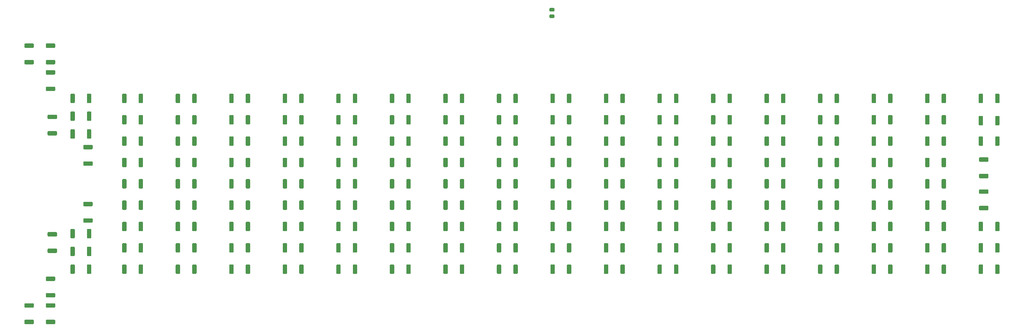
<source format=gbp>
%TF.GenerationSoftware,KiCad,Pcbnew,(5.1.9-0-10_14)*%
%TF.CreationDate,2022-12-08T20:33:16-05:00*%
%TF.ProjectId,5AhG3-18S,35416847-332d-4313-9853-2e6b69636164,rev?*%
%TF.SameCoordinates,Original*%
%TF.FileFunction,Paste,Bot*%
%TF.FilePolarity,Positive*%
%FSLAX46Y46*%
G04 Gerber Fmt 4.6, Leading zero omitted, Abs format (unit mm)*
G04 Created by KiCad (PCBNEW (5.1.9-0-10_14)) date 2022-12-08 20:33:16*
%MOMM*%
%LPD*%
G01*
G04 APERTURE LIST*
G04 APERTURE END LIST*
%TO.C,R9*%
G36*
G01*
X95425000Y-158924999D02*
X95425000Y-161075001D01*
G75*
G02*
X95175001Y-161325000I-249999J0D01*
G01*
X94449999Y-161325000D01*
G75*
G02*
X94200000Y-161075001I0J249999D01*
G01*
X94200000Y-158924999D01*
G75*
G02*
X94449999Y-158675000I249999J0D01*
G01*
X95175001Y-158675000D01*
G75*
G02*
X95425000Y-158924999I0J-249999D01*
G01*
G37*
G36*
G01*
X90800000Y-158924999D02*
X90800000Y-161075001D01*
G75*
G02*
X90550001Y-161325000I-249999J0D01*
G01*
X89824999Y-161325000D01*
G75*
G02*
X89575000Y-161075001I0J249999D01*
G01*
X89575000Y-158924999D01*
G75*
G02*
X89824999Y-158675000I249999J0D01*
G01*
X90550001Y-158675000D01*
G75*
G02*
X90800000Y-158924999I0J-249999D01*
G01*
G37*
%TD*%
%TO.C,R2*%
G36*
G01*
X90800000Y-115924999D02*
X90800000Y-118075001D01*
G75*
G02*
X90550001Y-118325000I-249999J0D01*
G01*
X89824999Y-118325000D01*
G75*
G02*
X89575000Y-118075001I0J249999D01*
G01*
X89575000Y-115924999D01*
G75*
G02*
X89824999Y-115675000I249999J0D01*
G01*
X90550001Y-115675000D01*
G75*
G02*
X90800000Y-115924999I0J-249999D01*
G01*
G37*
G36*
G01*
X95425000Y-115924999D02*
X95425000Y-118075001D01*
G75*
G02*
X95175001Y-118325000I-249999J0D01*
G01*
X94449999Y-118325000D01*
G75*
G02*
X94200000Y-118075001I0J249999D01*
G01*
X94200000Y-115924999D01*
G75*
G02*
X94449999Y-115675000I249999J0D01*
G01*
X95175001Y-115675000D01*
G75*
G02*
X95425000Y-115924999I0J-249999D01*
G01*
G37*
%TD*%
%TO.C,R6*%
G36*
G01*
X93424999Y-145700000D02*
X95575001Y-145700000D01*
G75*
G02*
X95825000Y-145949999I0J-249999D01*
G01*
X95825000Y-146675001D01*
G75*
G02*
X95575001Y-146925000I-249999J0D01*
G01*
X93424999Y-146925000D01*
G75*
G02*
X93175000Y-146675001I0J249999D01*
G01*
X93175000Y-145949999D01*
G75*
G02*
X93424999Y-145700000I249999J0D01*
G01*
G37*
G36*
G01*
X93424999Y-141075000D02*
X95575001Y-141075000D01*
G75*
G02*
X95825000Y-141324999I0J-249999D01*
G01*
X95825000Y-142050001D01*
G75*
G02*
X95575001Y-142300000I-249999J0D01*
G01*
X93424999Y-142300000D01*
G75*
G02*
X93175000Y-142050001I0J249999D01*
G01*
X93175000Y-141324999D01*
G75*
G02*
X93424999Y-141075000I249999J0D01*
G01*
G37*
%TD*%
%TO.C,R12*%
G36*
G01*
X108700000Y-125075001D02*
X108700000Y-122924999D01*
G75*
G02*
X108949999Y-122675000I249999J0D01*
G01*
X109675001Y-122675000D01*
G75*
G02*
X109925000Y-122924999I0J-249999D01*
G01*
X109925000Y-125075001D01*
G75*
G02*
X109675001Y-125325000I-249999J0D01*
G01*
X108949999Y-125325000D01*
G75*
G02*
X108700000Y-125075001I0J249999D01*
G01*
G37*
G36*
G01*
X104075000Y-125075001D02*
X104075000Y-122924999D01*
G75*
G02*
X104324999Y-122675000I249999J0D01*
G01*
X105050001Y-122675000D01*
G75*
G02*
X105300000Y-122924999I0J-249999D01*
G01*
X105300000Y-125075001D01*
G75*
G02*
X105050001Y-125325000I-249999J0D01*
G01*
X104324999Y-125325000D01*
G75*
G02*
X104075000Y-125075001I0J249999D01*
G01*
G37*
%TD*%
%TO.C,R20*%
G36*
G01*
X120300000Y-116924999D02*
X120300000Y-119075001D01*
G75*
G02*
X120050001Y-119325000I-249999J0D01*
G01*
X119324999Y-119325000D01*
G75*
G02*
X119075000Y-119075001I0J249999D01*
G01*
X119075000Y-116924999D01*
G75*
G02*
X119324999Y-116675000I249999J0D01*
G01*
X120050001Y-116675000D01*
G75*
G02*
X120300000Y-116924999I0J-249999D01*
G01*
G37*
G36*
G01*
X124925000Y-116924999D02*
X124925000Y-119075001D01*
G75*
G02*
X124675001Y-119325000I-249999J0D01*
G01*
X123949999Y-119325000D01*
G75*
G02*
X123700000Y-119075001I0J249999D01*
G01*
X123700000Y-116924999D01*
G75*
G02*
X123949999Y-116675000I249999J0D01*
G01*
X124675001Y-116675000D01*
G75*
G02*
X124925000Y-116924999I0J-249999D01*
G01*
G37*
%TD*%
%TO.C,R29*%
G36*
G01*
X139925000Y-116924999D02*
X139925000Y-119075001D01*
G75*
G02*
X139675001Y-119325000I-249999J0D01*
G01*
X138949999Y-119325000D01*
G75*
G02*
X138700000Y-119075001I0J249999D01*
G01*
X138700000Y-116924999D01*
G75*
G02*
X138949999Y-116675000I249999J0D01*
G01*
X139675001Y-116675000D01*
G75*
G02*
X139925000Y-116924999I0J-249999D01*
G01*
G37*
G36*
G01*
X135300000Y-116924999D02*
X135300000Y-119075001D01*
G75*
G02*
X135050001Y-119325000I-249999J0D01*
G01*
X134324999Y-119325000D01*
G75*
G02*
X134075000Y-119075001I0J249999D01*
G01*
X134075000Y-116924999D01*
G75*
G02*
X134324999Y-116675000I249999J0D01*
G01*
X135050001Y-116675000D01*
G75*
G02*
X135300000Y-116924999I0J-249999D01*
G01*
G37*
%TD*%
%TO.C,R40*%
G36*
G01*
X150300000Y-128924999D02*
X150300000Y-131075001D01*
G75*
G02*
X150050001Y-131325000I-249999J0D01*
G01*
X149324999Y-131325000D01*
G75*
G02*
X149075000Y-131075001I0J249999D01*
G01*
X149075000Y-128924999D01*
G75*
G02*
X149324999Y-128675000I249999J0D01*
G01*
X150050001Y-128675000D01*
G75*
G02*
X150300000Y-128924999I0J-249999D01*
G01*
G37*
G36*
G01*
X154925000Y-128924999D02*
X154925000Y-131075001D01*
G75*
G02*
X154675001Y-131325000I-249999J0D01*
G01*
X153949999Y-131325000D01*
G75*
G02*
X153700000Y-131075001I0J249999D01*
G01*
X153700000Y-128924999D01*
G75*
G02*
X153949999Y-128675000I249999J0D01*
G01*
X154675001Y-128675000D01*
G75*
G02*
X154925000Y-128924999I0J-249999D01*
G01*
G37*
%TD*%
%TO.C,R53*%
G36*
G01*
X169925000Y-152924999D02*
X169925000Y-155075001D01*
G75*
G02*
X169675001Y-155325000I-249999J0D01*
G01*
X168949999Y-155325000D01*
G75*
G02*
X168700000Y-155075001I0J249999D01*
G01*
X168700000Y-152924999D01*
G75*
G02*
X168949999Y-152675000I249999J0D01*
G01*
X169675001Y-152675000D01*
G75*
G02*
X169925000Y-152924999I0J-249999D01*
G01*
G37*
G36*
G01*
X165300000Y-152924999D02*
X165300000Y-155075001D01*
G75*
G02*
X165050001Y-155325000I-249999J0D01*
G01*
X164324999Y-155325000D01*
G75*
G02*
X164075000Y-155075001I0J249999D01*
G01*
X164075000Y-152924999D01*
G75*
G02*
X164324999Y-152675000I249999J0D01*
G01*
X165050001Y-152675000D01*
G75*
G02*
X165300000Y-152924999I0J-249999D01*
G01*
G37*
%TD*%
%TO.C,R67*%
G36*
G01*
X199925000Y-128924999D02*
X199925000Y-131075001D01*
G75*
G02*
X199675001Y-131325000I-249999J0D01*
G01*
X198949999Y-131325000D01*
G75*
G02*
X198700000Y-131075001I0J249999D01*
G01*
X198700000Y-128924999D01*
G75*
G02*
X198949999Y-128675000I249999J0D01*
G01*
X199675001Y-128675000D01*
G75*
G02*
X199925000Y-128924999I0J-249999D01*
G01*
G37*
G36*
G01*
X195300000Y-128924999D02*
X195300000Y-131075001D01*
G75*
G02*
X195050001Y-131325000I-249999J0D01*
G01*
X194324999Y-131325000D01*
G75*
G02*
X194075000Y-131075001I0J249999D01*
G01*
X194075000Y-128924999D01*
G75*
G02*
X194324999Y-128675000I249999J0D01*
G01*
X195050001Y-128675000D01*
G75*
G02*
X195300000Y-128924999I0J-249999D01*
G01*
G37*
%TD*%
%TO.C,R95*%
G36*
G01*
X239075000Y-137075001D02*
X239075000Y-134924999D01*
G75*
G02*
X239324999Y-134675000I249999J0D01*
G01*
X240050001Y-134675000D01*
G75*
G02*
X240300000Y-134924999I0J-249999D01*
G01*
X240300000Y-137075001D01*
G75*
G02*
X240050001Y-137325000I-249999J0D01*
G01*
X239324999Y-137325000D01*
G75*
G02*
X239075000Y-137075001I0J249999D01*
G01*
G37*
G36*
G01*
X243700000Y-137075001D02*
X243700000Y-134924999D01*
G75*
G02*
X243949999Y-134675000I249999J0D01*
G01*
X244675001Y-134675000D01*
G75*
G02*
X244925000Y-134924999I0J-249999D01*
G01*
X244925000Y-137075001D01*
G75*
G02*
X244675001Y-137325000I-249999J0D01*
G01*
X243949999Y-137325000D01*
G75*
G02*
X243700000Y-137075001I0J249999D01*
G01*
G37*
%TD*%
%TO.C,R109*%
G36*
G01*
X269075000Y-113075001D02*
X269075000Y-110924999D01*
G75*
G02*
X269324999Y-110675000I249999J0D01*
G01*
X270050001Y-110675000D01*
G75*
G02*
X270300000Y-110924999I0J-249999D01*
G01*
X270300000Y-113075001D01*
G75*
G02*
X270050001Y-113325000I-249999J0D01*
G01*
X269324999Y-113325000D01*
G75*
G02*
X269075000Y-113075001I0J249999D01*
G01*
G37*
G36*
G01*
X273700000Y-113075001D02*
X273700000Y-110924999D01*
G75*
G02*
X273949999Y-110675000I249999J0D01*
G01*
X274675001Y-110675000D01*
G75*
G02*
X274925000Y-110924999I0J-249999D01*
G01*
X274925000Y-113075001D01*
G75*
G02*
X274675001Y-113325000I-249999J0D01*
G01*
X273949999Y-113325000D01*
G75*
G02*
X273700000Y-113075001I0J249999D01*
G01*
G37*
%TD*%
%TO.C,R123*%
G36*
G01*
X289925000Y-140924999D02*
X289925000Y-143075001D01*
G75*
G02*
X289675001Y-143325000I-249999J0D01*
G01*
X288949999Y-143325000D01*
G75*
G02*
X288700000Y-143075001I0J249999D01*
G01*
X288700000Y-140924999D01*
G75*
G02*
X288949999Y-140675000I249999J0D01*
G01*
X289675001Y-140675000D01*
G75*
G02*
X289925000Y-140924999I0J-249999D01*
G01*
G37*
G36*
G01*
X285300000Y-140924999D02*
X285300000Y-143075001D01*
G75*
G02*
X285050001Y-143325000I-249999J0D01*
G01*
X284324999Y-143325000D01*
G75*
G02*
X284075000Y-143075001I0J249999D01*
G01*
X284075000Y-140924999D01*
G75*
G02*
X284324999Y-140675000I249999J0D01*
G01*
X285050001Y-140675000D01*
G75*
G02*
X285300000Y-140924999I0J-249999D01*
G01*
G37*
%TD*%
%TO.C,R137*%
G36*
G01*
X319925000Y-116924999D02*
X319925000Y-119075001D01*
G75*
G02*
X319675001Y-119325000I-249999J0D01*
G01*
X318949999Y-119325000D01*
G75*
G02*
X318700000Y-119075001I0J249999D01*
G01*
X318700000Y-116924999D01*
G75*
G02*
X318949999Y-116675000I249999J0D01*
G01*
X319675001Y-116675000D01*
G75*
G02*
X319925000Y-116924999I0J-249999D01*
G01*
G37*
G36*
G01*
X315300000Y-116924999D02*
X315300000Y-119075001D01*
G75*
G02*
X315050001Y-119325000I-249999J0D01*
G01*
X314324999Y-119325000D01*
G75*
G02*
X314075000Y-119075001I0J249999D01*
G01*
X314075000Y-116924999D01*
G75*
G02*
X314324999Y-116675000I249999J0D01*
G01*
X315050001Y-116675000D01*
G75*
G02*
X315300000Y-116924999I0J-249999D01*
G01*
G37*
%TD*%
%TO.C,R150*%
G36*
G01*
X330300000Y-140924999D02*
X330300000Y-143075001D01*
G75*
G02*
X330050001Y-143325000I-249999J0D01*
G01*
X329324999Y-143325000D01*
G75*
G02*
X329075000Y-143075001I0J249999D01*
G01*
X329075000Y-140924999D01*
G75*
G02*
X329324999Y-140675000I249999J0D01*
G01*
X330050001Y-140675000D01*
G75*
G02*
X330300000Y-140924999I0J-249999D01*
G01*
G37*
G36*
G01*
X334925000Y-140924999D02*
X334925000Y-143075001D01*
G75*
G02*
X334675001Y-143325000I-249999J0D01*
G01*
X333949999Y-143325000D01*
G75*
G02*
X333700000Y-143075001I0J249999D01*
G01*
X333700000Y-140924999D01*
G75*
G02*
X333949999Y-140675000I249999J0D01*
G01*
X334675001Y-140675000D01*
G75*
G02*
X334925000Y-140924999I0J-249999D01*
G01*
G37*
%TD*%
%TO.C,R162*%
G36*
G01*
X348700000Y-161075001D02*
X348700000Y-158924999D01*
G75*
G02*
X348949999Y-158675000I249999J0D01*
G01*
X349675001Y-158675000D01*
G75*
G02*
X349925000Y-158924999I0J-249999D01*
G01*
X349925000Y-161075001D01*
G75*
G02*
X349675001Y-161325000I-249999J0D01*
G01*
X348949999Y-161325000D01*
G75*
G02*
X348700000Y-161075001I0J249999D01*
G01*
G37*
G36*
G01*
X344075000Y-161075001D02*
X344075000Y-158924999D01*
G75*
G02*
X344324999Y-158675000I249999J0D01*
G01*
X345050001Y-158675000D01*
G75*
G02*
X345300000Y-158924999I0J-249999D01*
G01*
X345300000Y-161075001D01*
G75*
G02*
X345050001Y-161325000I-249999J0D01*
G01*
X344324999Y-161325000D01*
G75*
G02*
X344075000Y-161075001I0J249999D01*
G01*
G37*
%TD*%
%TO.C,R1*%
G36*
G01*
X89575000Y-113075001D02*
X89575000Y-110924999D01*
G75*
G02*
X89824999Y-110675000I249999J0D01*
G01*
X90550001Y-110675000D01*
G75*
G02*
X90800000Y-110924999I0J-249999D01*
G01*
X90800000Y-113075001D01*
G75*
G02*
X90550001Y-113325000I-249999J0D01*
G01*
X89824999Y-113325000D01*
G75*
G02*
X89575000Y-113075001I0J249999D01*
G01*
G37*
G36*
G01*
X94200000Y-113075001D02*
X94200000Y-110924999D01*
G75*
G02*
X94449999Y-110675000I249999J0D01*
G01*
X95175001Y-110675000D01*
G75*
G02*
X95425000Y-110924999I0J-249999D01*
G01*
X95425000Y-113075001D01*
G75*
G02*
X95175001Y-113325000I-249999J0D01*
G01*
X94449999Y-113325000D01*
G75*
G02*
X94200000Y-113075001I0J249999D01*
G01*
G37*
%TD*%
%TO.C,R3*%
G36*
G01*
X89575000Y-123075001D02*
X89575000Y-120924999D01*
G75*
G02*
X89824999Y-120675000I249999J0D01*
G01*
X90550001Y-120675000D01*
G75*
G02*
X90800000Y-120924999I0J-249999D01*
G01*
X90800000Y-123075001D01*
G75*
G02*
X90550001Y-123325000I-249999J0D01*
G01*
X89824999Y-123325000D01*
G75*
G02*
X89575000Y-123075001I0J249999D01*
G01*
G37*
G36*
G01*
X94200000Y-123075001D02*
X94200000Y-120924999D01*
G75*
G02*
X94449999Y-120675000I249999J0D01*
G01*
X95175001Y-120675000D01*
G75*
G02*
X95425000Y-120924999I0J-249999D01*
G01*
X95425000Y-123075001D01*
G75*
G02*
X95175001Y-123325000I-249999J0D01*
G01*
X94449999Y-123325000D01*
G75*
G02*
X94200000Y-123075001I0J249999D01*
G01*
G37*
%TD*%
%TO.C,R4*%
G36*
G01*
X93424999Y-129700000D02*
X95575001Y-129700000D01*
G75*
G02*
X95825000Y-129949999I0J-249999D01*
G01*
X95825000Y-130675001D01*
G75*
G02*
X95575001Y-130925000I-249999J0D01*
G01*
X93424999Y-130925000D01*
G75*
G02*
X93175000Y-130675001I0J249999D01*
G01*
X93175000Y-129949999D01*
G75*
G02*
X93424999Y-129700000I249999J0D01*
G01*
G37*
G36*
G01*
X93424999Y-125075000D02*
X95575001Y-125075000D01*
G75*
G02*
X95825000Y-125324999I0J-249999D01*
G01*
X95825000Y-126050001D01*
G75*
G02*
X95575001Y-126300000I-249999J0D01*
G01*
X93424999Y-126300000D01*
G75*
G02*
X93175000Y-126050001I0J249999D01*
G01*
X93175000Y-125324999D01*
G75*
G02*
X93424999Y-125075000I249999J0D01*
G01*
G37*
%TD*%
%TO.C,R7*%
G36*
G01*
X95425000Y-148924999D02*
X95425000Y-151075001D01*
G75*
G02*
X95175001Y-151325000I-249999J0D01*
G01*
X94449999Y-151325000D01*
G75*
G02*
X94200000Y-151075001I0J249999D01*
G01*
X94200000Y-148924999D01*
G75*
G02*
X94449999Y-148675000I249999J0D01*
G01*
X95175001Y-148675000D01*
G75*
G02*
X95425000Y-148924999I0J-249999D01*
G01*
G37*
G36*
G01*
X90800000Y-148924999D02*
X90800000Y-151075001D01*
G75*
G02*
X90550001Y-151325000I-249999J0D01*
G01*
X89824999Y-151325000D01*
G75*
G02*
X89575000Y-151075001I0J249999D01*
G01*
X89575000Y-148924999D01*
G75*
G02*
X89824999Y-148675000I249999J0D01*
G01*
X90550001Y-148675000D01*
G75*
G02*
X90800000Y-148924999I0J-249999D01*
G01*
G37*
%TD*%
%TO.C,R8*%
G36*
G01*
X94200000Y-156075001D02*
X94200000Y-153924999D01*
G75*
G02*
X94449999Y-153675000I249999J0D01*
G01*
X95175001Y-153675000D01*
G75*
G02*
X95425000Y-153924999I0J-249999D01*
G01*
X95425000Y-156075001D01*
G75*
G02*
X95175001Y-156325000I-249999J0D01*
G01*
X94449999Y-156325000D01*
G75*
G02*
X94200000Y-156075001I0J249999D01*
G01*
G37*
G36*
G01*
X89575000Y-156075001D02*
X89575000Y-153924999D01*
G75*
G02*
X89824999Y-153675000I249999J0D01*
G01*
X90550001Y-153675000D01*
G75*
G02*
X90800000Y-153924999I0J-249999D01*
G01*
X90800000Y-156075001D01*
G75*
G02*
X90550001Y-156325000I-249999J0D01*
G01*
X89824999Y-156325000D01*
G75*
G02*
X89575000Y-156075001I0J249999D01*
G01*
G37*
%TD*%
%TO.C,R10*%
G36*
G01*
X108700000Y-113075001D02*
X108700000Y-110924999D01*
G75*
G02*
X108949999Y-110675000I249999J0D01*
G01*
X109675001Y-110675000D01*
G75*
G02*
X109925000Y-110924999I0J-249999D01*
G01*
X109925000Y-113075001D01*
G75*
G02*
X109675001Y-113325000I-249999J0D01*
G01*
X108949999Y-113325000D01*
G75*
G02*
X108700000Y-113075001I0J249999D01*
G01*
G37*
G36*
G01*
X104075000Y-113075001D02*
X104075000Y-110924999D01*
G75*
G02*
X104324999Y-110675000I249999J0D01*
G01*
X105050001Y-110675000D01*
G75*
G02*
X105300000Y-110924999I0J-249999D01*
G01*
X105300000Y-113075001D01*
G75*
G02*
X105050001Y-113325000I-249999J0D01*
G01*
X104324999Y-113325000D01*
G75*
G02*
X104075000Y-113075001I0J249999D01*
G01*
G37*
%TD*%
%TO.C,R11*%
G36*
G01*
X109925000Y-116924999D02*
X109925000Y-119075001D01*
G75*
G02*
X109675001Y-119325000I-249999J0D01*
G01*
X108949999Y-119325000D01*
G75*
G02*
X108700000Y-119075001I0J249999D01*
G01*
X108700000Y-116924999D01*
G75*
G02*
X108949999Y-116675000I249999J0D01*
G01*
X109675001Y-116675000D01*
G75*
G02*
X109925000Y-116924999I0J-249999D01*
G01*
G37*
G36*
G01*
X105300000Y-116924999D02*
X105300000Y-119075001D01*
G75*
G02*
X105050001Y-119325000I-249999J0D01*
G01*
X104324999Y-119325000D01*
G75*
G02*
X104075000Y-119075001I0J249999D01*
G01*
X104075000Y-116924999D01*
G75*
G02*
X104324999Y-116675000I249999J0D01*
G01*
X105050001Y-116675000D01*
G75*
G02*
X105300000Y-116924999I0J-249999D01*
G01*
G37*
%TD*%
%TO.C,R13*%
G36*
G01*
X109925000Y-128924999D02*
X109925000Y-131075001D01*
G75*
G02*
X109675001Y-131325000I-249999J0D01*
G01*
X108949999Y-131325000D01*
G75*
G02*
X108700000Y-131075001I0J249999D01*
G01*
X108700000Y-128924999D01*
G75*
G02*
X108949999Y-128675000I249999J0D01*
G01*
X109675001Y-128675000D01*
G75*
G02*
X109925000Y-128924999I0J-249999D01*
G01*
G37*
G36*
G01*
X105300000Y-128924999D02*
X105300000Y-131075001D01*
G75*
G02*
X105050001Y-131325000I-249999J0D01*
G01*
X104324999Y-131325000D01*
G75*
G02*
X104075000Y-131075001I0J249999D01*
G01*
X104075000Y-128924999D01*
G75*
G02*
X104324999Y-128675000I249999J0D01*
G01*
X105050001Y-128675000D01*
G75*
G02*
X105300000Y-128924999I0J-249999D01*
G01*
G37*
%TD*%
%TO.C,R14*%
G36*
G01*
X108700000Y-137075001D02*
X108700000Y-134924999D01*
G75*
G02*
X108949999Y-134675000I249999J0D01*
G01*
X109675001Y-134675000D01*
G75*
G02*
X109925000Y-134924999I0J-249999D01*
G01*
X109925000Y-137075001D01*
G75*
G02*
X109675001Y-137325000I-249999J0D01*
G01*
X108949999Y-137325000D01*
G75*
G02*
X108700000Y-137075001I0J249999D01*
G01*
G37*
G36*
G01*
X104075000Y-137075001D02*
X104075000Y-134924999D01*
G75*
G02*
X104324999Y-134675000I249999J0D01*
G01*
X105050001Y-134675000D01*
G75*
G02*
X105300000Y-134924999I0J-249999D01*
G01*
X105300000Y-137075001D01*
G75*
G02*
X105050001Y-137325000I-249999J0D01*
G01*
X104324999Y-137325000D01*
G75*
G02*
X104075000Y-137075001I0J249999D01*
G01*
G37*
%TD*%
%TO.C,R15*%
G36*
G01*
X109925000Y-140924999D02*
X109925000Y-143075001D01*
G75*
G02*
X109675001Y-143325000I-249999J0D01*
G01*
X108949999Y-143325000D01*
G75*
G02*
X108700000Y-143075001I0J249999D01*
G01*
X108700000Y-140924999D01*
G75*
G02*
X108949999Y-140675000I249999J0D01*
G01*
X109675001Y-140675000D01*
G75*
G02*
X109925000Y-140924999I0J-249999D01*
G01*
G37*
G36*
G01*
X105300000Y-140924999D02*
X105300000Y-143075001D01*
G75*
G02*
X105050001Y-143325000I-249999J0D01*
G01*
X104324999Y-143325000D01*
G75*
G02*
X104075000Y-143075001I0J249999D01*
G01*
X104075000Y-140924999D01*
G75*
G02*
X104324999Y-140675000I249999J0D01*
G01*
X105050001Y-140675000D01*
G75*
G02*
X105300000Y-140924999I0J-249999D01*
G01*
G37*
%TD*%
%TO.C,R16*%
G36*
G01*
X108700000Y-149075001D02*
X108700000Y-146924999D01*
G75*
G02*
X108949999Y-146675000I249999J0D01*
G01*
X109675001Y-146675000D01*
G75*
G02*
X109925000Y-146924999I0J-249999D01*
G01*
X109925000Y-149075001D01*
G75*
G02*
X109675001Y-149325000I-249999J0D01*
G01*
X108949999Y-149325000D01*
G75*
G02*
X108700000Y-149075001I0J249999D01*
G01*
G37*
G36*
G01*
X104075000Y-149075001D02*
X104075000Y-146924999D01*
G75*
G02*
X104324999Y-146675000I249999J0D01*
G01*
X105050001Y-146675000D01*
G75*
G02*
X105300000Y-146924999I0J-249999D01*
G01*
X105300000Y-149075001D01*
G75*
G02*
X105050001Y-149325000I-249999J0D01*
G01*
X104324999Y-149325000D01*
G75*
G02*
X104075000Y-149075001I0J249999D01*
G01*
G37*
%TD*%
%TO.C,R17*%
G36*
G01*
X109925000Y-152924999D02*
X109925000Y-155075001D01*
G75*
G02*
X109675001Y-155325000I-249999J0D01*
G01*
X108949999Y-155325000D01*
G75*
G02*
X108700000Y-155075001I0J249999D01*
G01*
X108700000Y-152924999D01*
G75*
G02*
X108949999Y-152675000I249999J0D01*
G01*
X109675001Y-152675000D01*
G75*
G02*
X109925000Y-152924999I0J-249999D01*
G01*
G37*
G36*
G01*
X105300000Y-152924999D02*
X105300000Y-155075001D01*
G75*
G02*
X105050001Y-155325000I-249999J0D01*
G01*
X104324999Y-155325000D01*
G75*
G02*
X104075000Y-155075001I0J249999D01*
G01*
X104075000Y-152924999D01*
G75*
G02*
X104324999Y-152675000I249999J0D01*
G01*
X105050001Y-152675000D01*
G75*
G02*
X105300000Y-152924999I0J-249999D01*
G01*
G37*
%TD*%
%TO.C,R18*%
G36*
G01*
X108700000Y-161075001D02*
X108700000Y-158924999D01*
G75*
G02*
X108949999Y-158675000I249999J0D01*
G01*
X109675001Y-158675000D01*
G75*
G02*
X109925000Y-158924999I0J-249999D01*
G01*
X109925000Y-161075001D01*
G75*
G02*
X109675001Y-161325000I-249999J0D01*
G01*
X108949999Y-161325000D01*
G75*
G02*
X108700000Y-161075001I0J249999D01*
G01*
G37*
G36*
G01*
X104075000Y-161075001D02*
X104075000Y-158924999D01*
G75*
G02*
X104324999Y-158675000I249999J0D01*
G01*
X105050001Y-158675000D01*
G75*
G02*
X105300000Y-158924999I0J-249999D01*
G01*
X105300000Y-161075001D01*
G75*
G02*
X105050001Y-161325000I-249999J0D01*
G01*
X104324999Y-161325000D01*
G75*
G02*
X104075000Y-161075001I0J249999D01*
G01*
G37*
%TD*%
%TO.C,R19*%
G36*
G01*
X119075000Y-113075001D02*
X119075000Y-110924999D01*
G75*
G02*
X119324999Y-110675000I249999J0D01*
G01*
X120050001Y-110675000D01*
G75*
G02*
X120300000Y-110924999I0J-249999D01*
G01*
X120300000Y-113075001D01*
G75*
G02*
X120050001Y-113325000I-249999J0D01*
G01*
X119324999Y-113325000D01*
G75*
G02*
X119075000Y-113075001I0J249999D01*
G01*
G37*
G36*
G01*
X123700000Y-113075001D02*
X123700000Y-110924999D01*
G75*
G02*
X123949999Y-110675000I249999J0D01*
G01*
X124675001Y-110675000D01*
G75*
G02*
X124925000Y-110924999I0J-249999D01*
G01*
X124925000Y-113075001D01*
G75*
G02*
X124675001Y-113325000I-249999J0D01*
G01*
X123949999Y-113325000D01*
G75*
G02*
X123700000Y-113075001I0J249999D01*
G01*
G37*
%TD*%
%TO.C,R21*%
G36*
G01*
X119075000Y-125075001D02*
X119075000Y-122924999D01*
G75*
G02*
X119324999Y-122675000I249999J0D01*
G01*
X120050001Y-122675000D01*
G75*
G02*
X120300000Y-122924999I0J-249999D01*
G01*
X120300000Y-125075001D01*
G75*
G02*
X120050001Y-125325000I-249999J0D01*
G01*
X119324999Y-125325000D01*
G75*
G02*
X119075000Y-125075001I0J249999D01*
G01*
G37*
G36*
G01*
X123700000Y-125075001D02*
X123700000Y-122924999D01*
G75*
G02*
X123949999Y-122675000I249999J0D01*
G01*
X124675001Y-122675000D01*
G75*
G02*
X124925000Y-122924999I0J-249999D01*
G01*
X124925000Y-125075001D01*
G75*
G02*
X124675001Y-125325000I-249999J0D01*
G01*
X123949999Y-125325000D01*
G75*
G02*
X123700000Y-125075001I0J249999D01*
G01*
G37*
%TD*%
%TO.C,R22*%
G36*
G01*
X120300000Y-128924999D02*
X120300000Y-131075001D01*
G75*
G02*
X120050001Y-131325000I-249999J0D01*
G01*
X119324999Y-131325000D01*
G75*
G02*
X119075000Y-131075001I0J249999D01*
G01*
X119075000Y-128924999D01*
G75*
G02*
X119324999Y-128675000I249999J0D01*
G01*
X120050001Y-128675000D01*
G75*
G02*
X120300000Y-128924999I0J-249999D01*
G01*
G37*
G36*
G01*
X124925000Y-128924999D02*
X124925000Y-131075001D01*
G75*
G02*
X124675001Y-131325000I-249999J0D01*
G01*
X123949999Y-131325000D01*
G75*
G02*
X123700000Y-131075001I0J249999D01*
G01*
X123700000Y-128924999D01*
G75*
G02*
X123949999Y-128675000I249999J0D01*
G01*
X124675001Y-128675000D01*
G75*
G02*
X124925000Y-128924999I0J-249999D01*
G01*
G37*
%TD*%
%TO.C,R23*%
G36*
G01*
X119075000Y-137075001D02*
X119075000Y-134924999D01*
G75*
G02*
X119324999Y-134675000I249999J0D01*
G01*
X120050001Y-134675000D01*
G75*
G02*
X120300000Y-134924999I0J-249999D01*
G01*
X120300000Y-137075001D01*
G75*
G02*
X120050001Y-137325000I-249999J0D01*
G01*
X119324999Y-137325000D01*
G75*
G02*
X119075000Y-137075001I0J249999D01*
G01*
G37*
G36*
G01*
X123700000Y-137075001D02*
X123700000Y-134924999D01*
G75*
G02*
X123949999Y-134675000I249999J0D01*
G01*
X124675001Y-134675000D01*
G75*
G02*
X124925000Y-134924999I0J-249999D01*
G01*
X124925000Y-137075001D01*
G75*
G02*
X124675001Y-137325000I-249999J0D01*
G01*
X123949999Y-137325000D01*
G75*
G02*
X123700000Y-137075001I0J249999D01*
G01*
G37*
%TD*%
%TO.C,R24*%
G36*
G01*
X120300000Y-140924999D02*
X120300000Y-143075001D01*
G75*
G02*
X120050001Y-143325000I-249999J0D01*
G01*
X119324999Y-143325000D01*
G75*
G02*
X119075000Y-143075001I0J249999D01*
G01*
X119075000Y-140924999D01*
G75*
G02*
X119324999Y-140675000I249999J0D01*
G01*
X120050001Y-140675000D01*
G75*
G02*
X120300000Y-140924999I0J-249999D01*
G01*
G37*
G36*
G01*
X124925000Y-140924999D02*
X124925000Y-143075001D01*
G75*
G02*
X124675001Y-143325000I-249999J0D01*
G01*
X123949999Y-143325000D01*
G75*
G02*
X123700000Y-143075001I0J249999D01*
G01*
X123700000Y-140924999D01*
G75*
G02*
X123949999Y-140675000I249999J0D01*
G01*
X124675001Y-140675000D01*
G75*
G02*
X124925000Y-140924999I0J-249999D01*
G01*
G37*
%TD*%
%TO.C,R25*%
G36*
G01*
X119075000Y-149075001D02*
X119075000Y-146924999D01*
G75*
G02*
X119324999Y-146675000I249999J0D01*
G01*
X120050001Y-146675000D01*
G75*
G02*
X120300000Y-146924999I0J-249999D01*
G01*
X120300000Y-149075001D01*
G75*
G02*
X120050001Y-149325000I-249999J0D01*
G01*
X119324999Y-149325000D01*
G75*
G02*
X119075000Y-149075001I0J249999D01*
G01*
G37*
G36*
G01*
X123700000Y-149075001D02*
X123700000Y-146924999D01*
G75*
G02*
X123949999Y-146675000I249999J0D01*
G01*
X124675001Y-146675000D01*
G75*
G02*
X124925000Y-146924999I0J-249999D01*
G01*
X124925000Y-149075001D01*
G75*
G02*
X124675001Y-149325000I-249999J0D01*
G01*
X123949999Y-149325000D01*
G75*
G02*
X123700000Y-149075001I0J249999D01*
G01*
G37*
%TD*%
%TO.C,R26*%
G36*
G01*
X120300000Y-152924999D02*
X120300000Y-155075001D01*
G75*
G02*
X120050001Y-155325000I-249999J0D01*
G01*
X119324999Y-155325000D01*
G75*
G02*
X119075000Y-155075001I0J249999D01*
G01*
X119075000Y-152924999D01*
G75*
G02*
X119324999Y-152675000I249999J0D01*
G01*
X120050001Y-152675000D01*
G75*
G02*
X120300000Y-152924999I0J-249999D01*
G01*
G37*
G36*
G01*
X124925000Y-152924999D02*
X124925000Y-155075001D01*
G75*
G02*
X124675001Y-155325000I-249999J0D01*
G01*
X123949999Y-155325000D01*
G75*
G02*
X123700000Y-155075001I0J249999D01*
G01*
X123700000Y-152924999D01*
G75*
G02*
X123949999Y-152675000I249999J0D01*
G01*
X124675001Y-152675000D01*
G75*
G02*
X124925000Y-152924999I0J-249999D01*
G01*
G37*
%TD*%
%TO.C,R27*%
G36*
G01*
X119075000Y-161075001D02*
X119075000Y-158924999D01*
G75*
G02*
X119324999Y-158675000I249999J0D01*
G01*
X120050001Y-158675000D01*
G75*
G02*
X120300000Y-158924999I0J-249999D01*
G01*
X120300000Y-161075001D01*
G75*
G02*
X120050001Y-161325000I-249999J0D01*
G01*
X119324999Y-161325000D01*
G75*
G02*
X119075000Y-161075001I0J249999D01*
G01*
G37*
G36*
G01*
X123700000Y-161075001D02*
X123700000Y-158924999D01*
G75*
G02*
X123949999Y-158675000I249999J0D01*
G01*
X124675001Y-158675000D01*
G75*
G02*
X124925000Y-158924999I0J-249999D01*
G01*
X124925000Y-161075001D01*
G75*
G02*
X124675001Y-161325000I-249999J0D01*
G01*
X123949999Y-161325000D01*
G75*
G02*
X123700000Y-161075001I0J249999D01*
G01*
G37*
%TD*%
%TO.C,R28*%
G36*
G01*
X138700000Y-113075001D02*
X138700000Y-110924999D01*
G75*
G02*
X138949999Y-110675000I249999J0D01*
G01*
X139675001Y-110675000D01*
G75*
G02*
X139925000Y-110924999I0J-249999D01*
G01*
X139925000Y-113075001D01*
G75*
G02*
X139675001Y-113325000I-249999J0D01*
G01*
X138949999Y-113325000D01*
G75*
G02*
X138700000Y-113075001I0J249999D01*
G01*
G37*
G36*
G01*
X134075000Y-113075001D02*
X134075000Y-110924999D01*
G75*
G02*
X134324999Y-110675000I249999J0D01*
G01*
X135050001Y-110675000D01*
G75*
G02*
X135300000Y-110924999I0J-249999D01*
G01*
X135300000Y-113075001D01*
G75*
G02*
X135050001Y-113325000I-249999J0D01*
G01*
X134324999Y-113325000D01*
G75*
G02*
X134075000Y-113075001I0J249999D01*
G01*
G37*
%TD*%
%TO.C,R30*%
G36*
G01*
X138700000Y-125075001D02*
X138700000Y-122924999D01*
G75*
G02*
X138949999Y-122675000I249999J0D01*
G01*
X139675001Y-122675000D01*
G75*
G02*
X139925000Y-122924999I0J-249999D01*
G01*
X139925000Y-125075001D01*
G75*
G02*
X139675001Y-125325000I-249999J0D01*
G01*
X138949999Y-125325000D01*
G75*
G02*
X138700000Y-125075001I0J249999D01*
G01*
G37*
G36*
G01*
X134075000Y-125075001D02*
X134075000Y-122924999D01*
G75*
G02*
X134324999Y-122675000I249999J0D01*
G01*
X135050001Y-122675000D01*
G75*
G02*
X135300000Y-122924999I0J-249999D01*
G01*
X135300000Y-125075001D01*
G75*
G02*
X135050001Y-125325000I-249999J0D01*
G01*
X134324999Y-125325000D01*
G75*
G02*
X134075000Y-125075001I0J249999D01*
G01*
G37*
%TD*%
%TO.C,R31*%
G36*
G01*
X139925000Y-128924999D02*
X139925000Y-131075001D01*
G75*
G02*
X139675001Y-131325000I-249999J0D01*
G01*
X138949999Y-131325000D01*
G75*
G02*
X138700000Y-131075001I0J249999D01*
G01*
X138700000Y-128924999D01*
G75*
G02*
X138949999Y-128675000I249999J0D01*
G01*
X139675001Y-128675000D01*
G75*
G02*
X139925000Y-128924999I0J-249999D01*
G01*
G37*
G36*
G01*
X135300000Y-128924999D02*
X135300000Y-131075001D01*
G75*
G02*
X135050001Y-131325000I-249999J0D01*
G01*
X134324999Y-131325000D01*
G75*
G02*
X134075000Y-131075001I0J249999D01*
G01*
X134075000Y-128924999D01*
G75*
G02*
X134324999Y-128675000I249999J0D01*
G01*
X135050001Y-128675000D01*
G75*
G02*
X135300000Y-128924999I0J-249999D01*
G01*
G37*
%TD*%
%TO.C,R32*%
G36*
G01*
X138700000Y-137075001D02*
X138700000Y-134924999D01*
G75*
G02*
X138949999Y-134675000I249999J0D01*
G01*
X139675001Y-134675000D01*
G75*
G02*
X139925000Y-134924999I0J-249999D01*
G01*
X139925000Y-137075001D01*
G75*
G02*
X139675001Y-137325000I-249999J0D01*
G01*
X138949999Y-137325000D01*
G75*
G02*
X138700000Y-137075001I0J249999D01*
G01*
G37*
G36*
G01*
X134075000Y-137075001D02*
X134075000Y-134924999D01*
G75*
G02*
X134324999Y-134675000I249999J0D01*
G01*
X135050001Y-134675000D01*
G75*
G02*
X135300000Y-134924999I0J-249999D01*
G01*
X135300000Y-137075001D01*
G75*
G02*
X135050001Y-137325000I-249999J0D01*
G01*
X134324999Y-137325000D01*
G75*
G02*
X134075000Y-137075001I0J249999D01*
G01*
G37*
%TD*%
%TO.C,R33*%
G36*
G01*
X139925000Y-140924999D02*
X139925000Y-143075001D01*
G75*
G02*
X139675001Y-143325000I-249999J0D01*
G01*
X138949999Y-143325000D01*
G75*
G02*
X138700000Y-143075001I0J249999D01*
G01*
X138700000Y-140924999D01*
G75*
G02*
X138949999Y-140675000I249999J0D01*
G01*
X139675001Y-140675000D01*
G75*
G02*
X139925000Y-140924999I0J-249999D01*
G01*
G37*
G36*
G01*
X135300000Y-140924999D02*
X135300000Y-143075001D01*
G75*
G02*
X135050001Y-143325000I-249999J0D01*
G01*
X134324999Y-143325000D01*
G75*
G02*
X134075000Y-143075001I0J249999D01*
G01*
X134075000Y-140924999D01*
G75*
G02*
X134324999Y-140675000I249999J0D01*
G01*
X135050001Y-140675000D01*
G75*
G02*
X135300000Y-140924999I0J-249999D01*
G01*
G37*
%TD*%
%TO.C,R34*%
G36*
G01*
X138700000Y-149075001D02*
X138700000Y-146924999D01*
G75*
G02*
X138949999Y-146675000I249999J0D01*
G01*
X139675001Y-146675000D01*
G75*
G02*
X139925000Y-146924999I0J-249999D01*
G01*
X139925000Y-149075001D01*
G75*
G02*
X139675001Y-149325000I-249999J0D01*
G01*
X138949999Y-149325000D01*
G75*
G02*
X138700000Y-149075001I0J249999D01*
G01*
G37*
G36*
G01*
X134075000Y-149075001D02*
X134075000Y-146924999D01*
G75*
G02*
X134324999Y-146675000I249999J0D01*
G01*
X135050001Y-146675000D01*
G75*
G02*
X135300000Y-146924999I0J-249999D01*
G01*
X135300000Y-149075001D01*
G75*
G02*
X135050001Y-149325000I-249999J0D01*
G01*
X134324999Y-149325000D01*
G75*
G02*
X134075000Y-149075001I0J249999D01*
G01*
G37*
%TD*%
%TO.C,R35*%
G36*
G01*
X139925000Y-152924999D02*
X139925000Y-155075001D01*
G75*
G02*
X139675001Y-155325000I-249999J0D01*
G01*
X138949999Y-155325000D01*
G75*
G02*
X138700000Y-155075001I0J249999D01*
G01*
X138700000Y-152924999D01*
G75*
G02*
X138949999Y-152675000I249999J0D01*
G01*
X139675001Y-152675000D01*
G75*
G02*
X139925000Y-152924999I0J-249999D01*
G01*
G37*
G36*
G01*
X135300000Y-152924999D02*
X135300000Y-155075001D01*
G75*
G02*
X135050001Y-155325000I-249999J0D01*
G01*
X134324999Y-155325000D01*
G75*
G02*
X134075000Y-155075001I0J249999D01*
G01*
X134075000Y-152924999D01*
G75*
G02*
X134324999Y-152675000I249999J0D01*
G01*
X135050001Y-152675000D01*
G75*
G02*
X135300000Y-152924999I0J-249999D01*
G01*
G37*
%TD*%
%TO.C,R36*%
G36*
G01*
X138700000Y-161075001D02*
X138700000Y-158924999D01*
G75*
G02*
X138949999Y-158675000I249999J0D01*
G01*
X139675001Y-158675000D01*
G75*
G02*
X139925000Y-158924999I0J-249999D01*
G01*
X139925000Y-161075001D01*
G75*
G02*
X139675001Y-161325000I-249999J0D01*
G01*
X138949999Y-161325000D01*
G75*
G02*
X138700000Y-161075001I0J249999D01*
G01*
G37*
G36*
G01*
X134075000Y-161075001D02*
X134075000Y-158924999D01*
G75*
G02*
X134324999Y-158675000I249999J0D01*
G01*
X135050001Y-158675000D01*
G75*
G02*
X135300000Y-158924999I0J-249999D01*
G01*
X135300000Y-161075001D01*
G75*
G02*
X135050001Y-161325000I-249999J0D01*
G01*
X134324999Y-161325000D01*
G75*
G02*
X134075000Y-161075001I0J249999D01*
G01*
G37*
%TD*%
%TO.C,R37*%
G36*
G01*
X149075000Y-113075001D02*
X149075000Y-110924999D01*
G75*
G02*
X149324999Y-110675000I249999J0D01*
G01*
X150050001Y-110675000D01*
G75*
G02*
X150300000Y-110924999I0J-249999D01*
G01*
X150300000Y-113075001D01*
G75*
G02*
X150050001Y-113325000I-249999J0D01*
G01*
X149324999Y-113325000D01*
G75*
G02*
X149075000Y-113075001I0J249999D01*
G01*
G37*
G36*
G01*
X153700000Y-113075001D02*
X153700000Y-110924999D01*
G75*
G02*
X153949999Y-110675000I249999J0D01*
G01*
X154675001Y-110675000D01*
G75*
G02*
X154925000Y-110924999I0J-249999D01*
G01*
X154925000Y-113075001D01*
G75*
G02*
X154675001Y-113325000I-249999J0D01*
G01*
X153949999Y-113325000D01*
G75*
G02*
X153700000Y-113075001I0J249999D01*
G01*
G37*
%TD*%
%TO.C,R38*%
G36*
G01*
X150300000Y-116924999D02*
X150300000Y-119075001D01*
G75*
G02*
X150050001Y-119325000I-249999J0D01*
G01*
X149324999Y-119325000D01*
G75*
G02*
X149075000Y-119075001I0J249999D01*
G01*
X149075000Y-116924999D01*
G75*
G02*
X149324999Y-116675000I249999J0D01*
G01*
X150050001Y-116675000D01*
G75*
G02*
X150300000Y-116924999I0J-249999D01*
G01*
G37*
G36*
G01*
X154925000Y-116924999D02*
X154925000Y-119075001D01*
G75*
G02*
X154675001Y-119325000I-249999J0D01*
G01*
X153949999Y-119325000D01*
G75*
G02*
X153700000Y-119075001I0J249999D01*
G01*
X153700000Y-116924999D01*
G75*
G02*
X153949999Y-116675000I249999J0D01*
G01*
X154675001Y-116675000D01*
G75*
G02*
X154925000Y-116924999I0J-249999D01*
G01*
G37*
%TD*%
%TO.C,R39*%
G36*
G01*
X149075000Y-125075001D02*
X149075000Y-122924999D01*
G75*
G02*
X149324999Y-122675000I249999J0D01*
G01*
X150050001Y-122675000D01*
G75*
G02*
X150300000Y-122924999I0J-249999D01*
G01*
X150300000Y-125075001D01*
G75*
G02*
X150050001Y-125325000I-249999J0D01*
G01*
X149324999Y-125325000D01*
G75*
G02*
X149075000Y-125075001I0J249999D01*
G01*
G37*
G36*
G01*
X153700000Y-125075001D02*
X153700000Y-122924999D01*
G75*
G02*
X153949999Y-122675000I249999J0D01*
G01*
X154675001Y-122675000D01*
G75*
G02*
X154925000Y-122924999I0J-249999D01*
G01*
X154925000Y-125075001D01*
G75*
G02*
X154675001Y-125325000I-249999J0D01*
G01*
X153949999Y-125325000D01*
G75*
G02*
X153700000Y-125075001I0J249999D01*
G01*
G37*
%TD*%
%TO.C,R41*%
G36*
G01*
X149075000Y-137075001D02*
X149075000Y-134924999D01*
G75*
G02*
X149324999Y-134675000I249999J0D01*
G01*
X150050001Y-134675000D01*
G75*
G02*
X150300000Y-134924999I0J-249999D01*
G01*
X150300000Y-137075001D01*
G75*
G02*
X150050001Y-137325000I-249999J0D01*
G01*
X149324999Y-137325000D01*
G75*
G02*
X149075000Y-137075001I0J249999D01*
G01*
G37*
G36*
G01*
X153700000Y-137075001D02*
X153700000Y-134924999D01*
G75*
G02*
X153949999Y-134675000I249999J0D01*
G01*
X154675001Y-134675000D01*
G75*
G02*
X154925000Y-134924999I0J-249999D01*
G01*
X154925000Y-137075001D01*
G75*
G02*
X154675001Y-137325000I-249999J0D01*
G01*
X153949999Y-137325000D01*
G75*
G02*
X153700000Y-137075001I0J249999D01*
G01*
G37*
%TD*%
%TO.C,R42*%
G36*
G01*
X150300000Y-140924999D02*
X150300000Y-143075001D01*
G75*
G02*
X150050001Y-143325000I-249999J0D01*
G01*
X149324999Y-143325000D01*
G75*
G02*
X149075000Y-143075001I0J249999D01*
G01*
X149075000Y-140924999D01*
G75*
G02*
X149324999Y-140675000I249999J0D01*
G01*
X150050001Y-140675000D01*
G75*
G02*
X150300000Y-140924999I0J-249999D01*
G01*
G37*
G36*
G01*
X154925000Y-140924999D02*
X154925000Y-143075001D01*
G75*
G02*
X154675001Y-143325000I-249999J0D01*
G01*
X153949999Y-143325000D01*
G75*
G02*
X153700000Y-143075001I0J249999D01*
G01*
X153700000Y-140924999D01*
G75*
G02*
X153949999Y-140675000I249999J0D01*
G01*
X154675001Y-140675000D01*
G75*
G02*
X154925000Y-140924999I0J-249999D01*
G01*
G37*
%TD*%
%TO.C,R43*%
G36*
G01*
X149075000Y-149075001D02*
X149075000Y-146924999D01*
G75*
G02*
X149324999Y-146675000I249999J0D01*
G01*
X150050001Y-146675000D01*
G75*
G02*
X150300000Y-146924999I0J-249999D01*
G01*
X150300000Y-149075001D01*
G75*
G02*
X150050001Y-149325000I-249999J0D01*
G01*
X149324999Y-149325000D01*
G75*
G02*
X149075000Y-149075001I0J249999D01*
G01*
G37*
G36*
G01*
X153700000Y-149075001D02*
X153700000Y-146924999D01*
G75*
G02*
X153949999Y-146675000I249999J0D01*
G01*
X154675001Y-146675000D01*
G75*
G02*
X154925000Y-146924999I0J-249999D01*
G01*
X154925000Y-149075001D01*
G75*
G02*
X154675001Y-149325000I-249999J0D01*
G01*
X153949999Y-149325000D01*
G75*
G02*
X153700000Y-149075001I0J249999D01*
G01*
G37*
%TD*%
%TO.C,R44*%
G36*
G01*
X150300000Y-152924999D02*
X150300000Y-155075001D01*
G75*
G02*
X150050001Y-155325000I-249999J0D01*
G01*
X149324999Y-155325000D01*
G75*
G02*
X149075000Y-155075001I0J249999D01*
G01*
X149075000Y-152924999D01*
G75*
G02*
X149324999Y-152675000I249999J0D01*
G01*
X150050001Y-152675000D01*
G75*
G02*
X150300000Y-152924999I0J-249999D01*
G01*
G37*
G36*
G01*
X154925000Y-152924999D02*
X154925000Y-155075001D01*
G75*
G02*
X154675001Y-155325000I-249999J0D01*
G01*
X153949999Y-155325000D01*
G75*
G02*
X153700000Y-155075001I0J249999D01*
G01*
X153700000Y-152924999D01*
G75*
G02*
X153949999Y-152675000I249999J0D01*
G01*
X154675001Y-152675000D01*
G75*
G02*
X154925000Y-152924999I0J-249999D01*
G01*
G37*
%TD*%
%TO.C,R45*%
G36*
G01*
X149075000Y-161075001D02*
X149075000Y-158924999D01*
G75*
G02*
X149324999Y-158675000I249999J0D01*
G01*
X150050001Y-158675000D01*
G75*
G02*
X150300000Y-158924999I0J-249999D01*
G01*
X150300000Y-161075001D01*
G75*
G02*
X150050001Y-161325000I-249999J0D01*
G01*
X149324999Y-161325000D01*
G75*
G02*
X149075000Y-161075001I0J249999D01*
G01*
G37*
G36*
G01*
X153700000Y-161075001D02*
X153700000Y-158924999D01*
G75*
G02*
X153949999Y-158675000I249999J0D01*
G01*
X154675001Y-158675000D01*
G75*
G02*
X154925000Y-158924999I0J-249999D01*
G01*
X154925000Y-161075001D01*
G75*
G02*
X154675001Y-161325000I-249999J0D01*
G01*
X153949999Y-161325000D01*
G75*
G02*
X153700000Y-161075001I0J249999D01*
G01*
G37*
%TD*%
%TO.C,R46*%
G36*
G01*
X168700000Y-113075001D02*
X168700000Y-110924999D01*
G75*
G02*
X168949999Y-110675000I249999J0D01*
G01*
X169675001Y-110675000D01*
G75*
G02*
X169925000Y-110924999I0J-249999D01*
G01*
X169925000Y-113075001D01*
G75*
G02*
X169675001Y-113325000I-249999J0D01*
G01*
X168949999Y-113325000D01*
G75*
G02*
X168700000Y-113075001I0J249999D01*
G01*
G37*
G36*
G01*
X164075000Y-113075001D02*
X164075000Y-110924999D01*
G75*
G02*
X164324999Y-110675000I249999J0D01*
G01*
X165050001Y-110675000D01*
G75*
G02*
X165300000Y-110924999I0J-249999D01*
G01*
X165300000Y-113075001D01*
G75*
G02*
X165050001Y-113325000I-249999J0D01*
G01*
X164324999Y-113325000D01*
G75*
G02*
X164075000Y-113075001I0J249999D01*
G01*
G37*
%TD*%
%TO.C,R47*%
G36*
G01*
X169925000Y-116924999D02*
X169925000Y-119075001D01*
G75*
G02*
X169675001Y-119325000I-249999J0D01*
G01*
X168949999Y-119325000D01*
G75*
G02*
X168700000Y-119075001I0J249999D01*
G01*
X168700000Y-116924999D01*
G75*
G02*
X168949999Y-116675000I249999J0D01*
G01*
X169675001Y-116675000D01*
G75*
G02*
X169925000Y-116924999I0J-249999D01*
G01*
G37*
G36*
G01*
X165300000Y-116924999D02*
X165300000Y-119075001D01*
G75*
G02*
X165050001Y-119325000I-249999J0D01*
G01*
X164324999Y-119325000D01*
G75*
G02*
X164075000Y-119075001I0J249999D01*
G01*
X164075000Y-116924999D01*
G75*
G02*
X164324999Y-116675000I249999J0D01*
G01*
X165050001Y-116675000D01*
G75*
G02*
X165300000Y-116924999I0J-249999D01*
G01*
G37*
%TD*%
%TO.C,R48*%
G36*
G01*
X168700000Y-125075001D02*
X168700000Y-122924999D01*
G75*
G02*
X168949999Y-122675000I249999J0D01*
G01*
X169675001Y-122675000D01*
G75*
G02*
X169925000Y-122924999I0J-249999D01*
G01*
X169925000Y-125075001D01*
G75*
G02*
X169675001Y-125325000I-249999J0D01*
G01*
X168949999Y-125325000D01*
G75*
G02*
X168700000Y-125075001I0J249999D01*
G01*
G37*
G36*
G01*
X164075000Y-125075001D02*
X164075000Y-122924999D01*
G75*
G02*
X164324999Y-122675000I249999J0D01*
G01*
X165050001Y-122675000D01*
G75*
G02*
X165300000Y-122924999I0J-249999D01*
G01*
X165300000Y-125075001D01*
G75*
G02*
X165050001Y-125325000I-249999J0D01*
G01*
X164324999Y-125325000D01*
G75*
G02*
X164075000Y-125075001I0J249999D01*
G01*
G37*
%TD*%
%TO.C,R49*%
G36*
G01*
X169925000Y-128924999D02*
X169925000Y-131075001D01*
G75*
G02*
X169675001Y-131325000I-249999J0D01*
G01*
X168949999Y-131325000D01*
G75*
G02*
X168700000Y-131075001I0J249999D01*
G01*
X168700000Y-128924999D01*
G75*
G02*
X168949999Y-128675000I249999J0D01*
G01*
X169675001Y-128675000D01*
G75*
G02*
X169925000Y-128924999I0J-249999D01*
G01*
G37*
G36*
G01*
X165300000Y-128924999D02*
X165300000Y-131075001D01*
G75*
G02*
X165050001Y-131325000I-249999J0D01*
G01*
X164324999Y-131325000D01*
G75*
G02*
X164075000Y-131075001I0J249999D01*
G01*
X164075000Y-128924999D01*
G75*
G02*
X164324999Y-128675000I249999J0D01*
G01*
X165050001Y-128675000D01*
G75*
G02*
X165300000Y-128924999I0J-249999D01*
G01*
G37*
%TD*%
%TO.C,R50*%
G36*
G01*
X168700000Y-137075001D02*
X168700000Y-134924999D01*
G75*
G02*
X168949999Y-134675000I249999J0D01*
G01*
X169675001Y-134675000D01*
G75*
G02*
X169925000Y-134924999I0J-249999D01*
G01*
X169925000Y-137075001D01*
G75*
G02*
X169675001Y-137325000I-249999J0D01*
G01*
X168949999Y-137325000D01*
G75*
G02*
X168700000Y-137075001I0J249999D01*
G01*
G37*
G36*
G01*
X164075000Y-137075001D02*
X164075000Y-134924999D01*
G75*
G02*
X164324999Y-134675000I249999J0D01*
G01*
X165050001Y-134675000D01*
G75*
G02*
X165300000Y-134924999I0J-249999D01*
G01*
X165300000Y-137075001D01*
G75*
G02*
X165050001Y-137325000I-249999J0D01*
G01*
X164324999Y-137325000D01*
G75*
G02*
X164075000Y-137075001I0J249999D01*
G01*
G37*
%TD*%
%TO.C,R51*%
G36*
G01*
X169925000Y-140924999D02*
X169925000Y-143075001D01*
G75*
G02*
X169675001Y-143325000I-249999J0D01*
G01*
X168949999Y-143325000D01*
G75*
G02*
X168700000Y-143075001I0J249999D01*
G01*
X168700000Y-140924999D01*
G75*
G02*
X168949999Y-140675000I249999J0D01*
G01*
X169675001Y-140675000D01*
G75*
G02*
X169925000Y-140924999I0J-249999D01*
G01*
G37*
G36*
G01*
X165300000Y-140924999D02*
X165300000Y-143075001D01*
G75*
G02*
X165050001Y-143325000I-249999J0D01*
G01*
X164324999Y-143325000D01*
G75*
G02*
X164075000Y-143075001I0J249999D01*
G01*
X164075000Y-140924999D01*
G75*
G02*
X164324999Y-140675000I249999J0D01*
G01*
X165050001Y-140675000D01*
G75*
G02*
X165300000Y-140924999I0J-249999D01*
G01*
G37*
%TD*%
%TO.C,R52*%
G36*
G01*
X168700000Y-149075001D02*
X168700000Y-146924999D01*
G75*
G02*
X168949999Y-146675000I249999J0D01*
G01*
X169675001Y-146675000D01*
G75*
G02*
X169925000Y-146924999I0J-249999D01*
G01*
X169925000Y-149075001D01*
G75*
G02*
X169675001Y-149325000I-249999J0D01*
G01*
X168949999Y-149325000D01*
G75*
G02*
X168700000Y-149075001I0J249999D01*
G01*
G37*
G36*
G01*
X164075000Y-149075001D02*
X164075000Y-146924999D01*
G75*
G02*
X164324999Y-146675000I249999J0D01*
G01*
X165050001Y-146675000D01*
G75*
G02*
X165300000Y-146924999I0J-249999D01*
G01*
X165300000Y-149075001D01*
G75*
G02*
X165050001Y-149325000I-249999J0D01*
G01*
X164324999Y-149325000D01*
G75*
G02*
X164075000Y-149075001I0J249999D01*
G01*
G37*
%TD*%
%TO.C,R54*%
G36*
G01*
X168700000Y-161075001D02*
X168700000Y-158924999D01*
G75*
G02*
X168949999Y-158675000I249999J0D01*
G01*
X169675001Y-158675000D01*
G75*
G02*
X169925000Y-158924999I0J-249999D01*
G01*
X169925000Y-161075001D01*
G75*
G02*
X169675001Y-161325000I-249999J0D01*
G01*
X168949999Y-161325000D01*
G75*
G02*
X168700000Y-161075001I0J249999D01*
G01*
G37*
G36*
G01*
X164075000Y-161075001D02*
X164075000Y-158924999D01*
G75*
G02*
X164324999Y-158675000I249999J0D01*
G01*
X165050001Y-158675000D01*
G75*
G02*
X165300000Y-158924999I0J-249999D01*
G01*
X165300000Y-161075001D01*
G75*
G02*
X165050001Y-161325000I-249999J0D01*
G01*
X164324999Y-161325000D01*
G75*
G02*
X164075000Y-161075001I0J249999D01*
G01*
G37*
%TD*%
%TO.C,R55*%
G36*
G01*
X179075000Y-113075001D02*
X179075000Y-110924999D01*
G75*
G02*
X179324999Y-110675000I249999J0D01*
G01*
X180050001Y-110675000D01*
G75*
G02*
X180300000Y-110924999I0J-249999D01*
G01*
X180300000Y-113075001D01*
G75*
G02*
X180050001Y-113325000I-249999J0D01*
G01*
X179324999Y-113325000D01*
G75*
G02*
X179075000Y-113075001I0J249999D01*
G01*
G37*
G36*
G01*
X183700000Y-113075001D02*
X183700000Y-110924999D01*
G75*
G02*
X183949999Y-110675000I249999J0D01*
G01*
X184675001Y-110675000D01*
G75*
G02*
X184925000Y-110924999I0J-249999D01*
G01*
X184925000Y-113075001D01*
G75*
G02*
X184675001Y-113325000I-249999J0D01*
G01*
X183949999Y-113325000D01*
G75*
G02*
X183700000Y-113075001I0J249999D01*
G01*
G37*
%TD*%
%TO.C,R56*%
G36*
G01*
X180300000Y-116924999D02*
X180300000Y-119075001D01*
G75*
G02*
X180050001Y-119325000I-249999J0D01*
G01*
X179324999Y-119325000D01*
G75*
G02*
X179075000Y-119075001I0J249999D01*
G01*
X179075000Y-116924999D01*
G75*
G02*
X179324999Y-116675000I249999J0D01*
G01*
X180050001Y-116675000D01*
G75*
G02*
X180300000Y-116924999I0J-249999D01*
G01*
G37*
G36*
G01*
X184925000Y-116924999D02*
X184925000Y-119075001D01*
G75*
G02*
X184675001Y-119325000I-249999J0D01*
G01*
X183949999Y-119325000D01*
G75*
G02*
X183700000Y-119075001I0J249999D01*
G01*
X183700000Y-116924999D01*
G75*
G02*
X183949999Y-116675000I249999J0D01*
G01*
X184675001Y-116675000D01*
G75*
G02*
X184925000Y-116924999I0J-249999D01*
G01*
G37*
%TD*%
%TO.C,R57*%
G36*
G01*
X179075000Y-125075001D02*
X179075000Y-122924999D01*
G75*
G02*
X179324999Y-122675000I249999J0D01*
G01*
X180050001Y-122675000D01*
G75*
G02*
X180300000Y-122924999I0J-249999D01*
G01*
X180300000Y-125075001D01*
G75*
G02*
X180050001Y-125325000I-249999J0D01*
G01*
X179324999Y-125325000D01*
G75*
G02*
X179075000Y-125075001I0J249999D01*
G01*
G37*
G36*
G01*
X183700000Y-125075001D02*
X183700000Y-122924999D01*
G75*
G02*
X183949999Y-122675000I249999J0D01*
G01*
X184675001Y-122675000D01*
G75*
G02*
X184925000Y-122924999I0J-249999D01*
G01*
X184925000Y-125075001D01*
G75*
G02*
X184675001Y-125325000I-249999J0D01*
G01*
X183949999Y-125325000D01*
G75*
G02*
X183700000Y-125075001I0J249999D01*
G01*
G37*
%TD*%
%TO.C,R58*%
G36*
G01*
X180300000Y-128924999D02*
X180300000Y-131075001D01*
G75*
G02*
X180050001Y-131325000I-249999J0D01*
G01*
X179324999Y-131325000D01*
G75*
G02*
X179075000Y-131075001I0J249999D01*
G01*
X179075000Y-128924999D01*
G75*
G02*
X179324999Y-128675000I249999J0D01*
G01*
X180050001Y-128675000D01*
G75*
G02*
X180300000Y-128924999I0J-249999D01*
G01*
G37*
G36*
G01*
X184925000Y-128924999D02*
X184925000Y-131075001D01*
G75*
G02*
X184675001Y-131325000I-249999J0D01*
G01*
X183949999Y-131325000D01*
G75*
G02*
X183700000Y-131075001I0J249999D01*
G01*
X183700000Y-128924999D01*
G75*
G02*
X183949999Y-128675000I249999J0D01*
G01*
X184675001Y-128675000D01*
G75*
G02*
X184925000Y-128924999I0J-249999D01*
G01*
G37*
%TD*%
%TO.C,R59*%
G36*
G01*
X179075000Y-137075001D02*
X179075000Y-134924999D01*
G75*
G02*
X179324999Y-134675000I249999J0D01*
G01*
X180050001Y-134675000D01*
G75*
G02*
X180300000Y-134924999I0J-249999D01*
G01*
X180300000Y-137075001D01*
G75*
G02*
X180050001Y-137325000I-249999J0D01*
G01*
X179324999Y-137325000D01*
G75*
G02*
X179075000Y-137075001I0J249999D01*
G01*
G37*
G36*
G01*
X183700000Y-137075001D02*
X183700000Y-134924999D01*
G75*
G02*
X183949999Y-134675000I249999J0D01*
G01*
X184675001Y-134675000D01*
G75*
G02*
X184925000Y-134924999I0J-249999D01*
G01*
X184925000Y-137075001D01*
G75*
G02*
X184675001Y-137325000I-249999J0D01*
G01*
X183949999Y-137325000D01*
G75*
G02*
X183700000Y-137075001I0J249999D01*
G01*
G37*
%TD*%
%TO.C,R60*%
G36*
G01*
X180300000Y-140924999D02*
X180300000Y-143075001D01*
G75*
G02*
X180050001Y-143325000I-249999J0D01*
G01*
X179324999Y-143325000D01*
G75*
G02*
X179075000Y-143075001I0J249999D01*
G01*
X179075000Y-140924999D01*
G75*
G02*
X179324999Y-140675000I249999J0D01*
G01*
X180050001Y-140675000D01*
G75*
G02*
X180300000Y-140924999I0J-249999D01*
G01*
G37*
G36*
G01*
X184925000Y-140924999D02*
X184925000Y-143075001D01*
G75*
G02*
X184675001Y-143325000I-249999J0D01*
G01*
X183949999Y-143325000D01*
G75*
G02*
X183700000Y-143075001I0J249999D01*
G01*
X183700000Y-140924999D01*
G75*
G02*
X183949999Y-140675000I249999J0D01*
G01*
X184675001Y-140675000D01*
G75*
G02*
X184925000Y-140924999I0J-249999D01*
G01*
G37*
%TD*%
%TO.C,R61*%
G36*
G01*
X179075000Y-149075001D02*
X179075000Y-146924999D01*
G75*
G02*
X179324999Y-146675000I249999J0D01*
G01*
X180050001Y-146675000D01*
G75*
G02*
X180300000Y-146924999I0J-249999D01*
G01*
X180300000Y-149075001D01*
G75*
G02*
X180050001Y-149325000I-249999J0D01*
G01*
X179324999Y-149325000D01*
G75*
G02*
X179075000Y-149075001I0J249999D01*
G01*
G37*
G36*
G01*
X183700000Y-149075001D02*
X183700000Y-146924999D01*
G75*
G02*
X183949999Y-146675000I249999J0D01*
G01*
X184675001Y-146675000D01*
G75*
G02*
X184925000Y-146924999I0J-249999D01*
G01*
X184925000Y-149075001D01*
G75*
G02*
X184675001Y-149325000I-249999J0D01*
G01*
X183949999Y-149325000D01*
G75*
G02*
X183700000Y-149075001I0J249999D01*
G01*
G37*
%TD*%
%TO.C,R62*%
G36*
G01*
X180300000Y-152924999D02*
X180300000Y-155075001D01*
G75*
G02*
X180050001Y-155325000I-249999J0D01*
G01*
X179324999Y-155325000D01*
G75*
G02*
X179075000Y-155075001I0J249999D01*
G01*
X179075000Y-152924999D01*
G75*
G02*
X179324999Y-152675000I249999J0D01*
G01*
X180050001Y-152675000D01*
G75*
G02*
X180300000Y-152924999I0J-249999D01*
G01*
G37*
G36*
G01*
X184925000Y-152924999D02*
X184925000Y-155075001D01*
G75*
G02*
X184675001Y-155325000I-249999J0D01*
G01*
X183949999Y-155325000D01*
G75*
G02*
X183700000Y-155075001I0J249999D01*
G01*
X183700000Y-152924999D01*
G75*
G02*
X183949999Y-152675000I249999J0D01*
G01*
X184675001Y-152675000D01*
G75*
G02*
X184925000Y-152924999I0J-249999D01*
G01*
G37*
%TD*%
%TO.C,R63*%
G36*
G01*
X179075000Y-161075001D02*
X179075000Y-158924999D01*
G75*
G02*
X179324999Y-158675000I249999J0D01*
G01*
X180050001Y-158675000D01*
G75*
G02*
X180300000Y-158924999I0J-249999D01*
G01*
X180300000Y-161075001D01*
G75*
G02*
X180050001Y-161325000I-249999J0D01*
G01*
X179324999Y-161325000D01*
G75*
G02*
X179075000Y-161075001I0J249999D01*
G01*
G37*
G36*
G01*
X183700000Y-161075001D02*
X183700000Y-158924999D01*
G75*
G02*
X183949999Y-158675000I249999J0D01*
G01*
X184675001Y-158675000D01*
G75*
G02*
X184925000Y-158924999I0J-249999D01*
G01*
X184925000Y-161075001D01*
G75*
G02*
X184675001Y-161325000I-249999J0D01*
G01*
X183949999Y-161325000D01*
G75*
G02*
X183700000Y-161075001I0J249999D01*
G01*
G37*
%TD*%
%TO.C,R64*%
G36*
G01*
X198700000Y-113075001D02*
X198700000Y-110924999D01*
G75*
G02*
X198949999Y-110675000I249999J0D01*
G01*
X199675001Y-110675000D01*
G75*
G02*
X199925000Y-110924999I0J-249999D01*
G01*
X199925000Y-113075001D01*
G75*
G02*
X199675001Y-113325000I-249999J0D01*
G01*
X198949999Y-113325000D01*
G75*
G02*
X198700000Y-113075001I0J249999D01*
G01*
G37*
G36*
G01*
X194075000Y-113075001D02*
X194075000Y-110924999D01*
G75*
G02*
X194324999Y-110675000I249999J0D01*
G01*
X195050001Y-110675000D01*
G75*
G02*
X195300000Y-110924999I0J-249999D01*
G01*
X195300000Y-113075001D01*
G75*
G02*
X195050001Y-113325000I-249999J0D01*
G01*
X194324999Y-113325000D01*
G75*
G02*
X194075000Y-113075001I0J249999D01*
G01*
G37*
%TD*%
%TO.C,R65*%
G36*
G01*
X199925000Y-116924999D02*
X199925000Y-119075001D01*
G75*
G02*
X199675001Y-119325000I-249999J0D01*
G01*
X198949999Y-119325000D01*
G75*
G02*
X198700000Y-119075001I0J249999D01*
G01*
X198700000Y-116924999D01*
G75*
G02*
X198949999Y-116675000I249999J0D01*
G01*
X199675001Y-116675000D01*
G75*
G02*
X199925000Y-116924999I0J-249999D01*
G01*
G37*
G36*
G01*
X195300000Y-116924999D02*
X195300000Y-119075001D01*
G75*
G02*
X195050001Y-119325000I-249999J0D01*
G01*
X194324999Y-119325000D01*
G75*
G02*
X194075000Y-119075001I0J249999D01*
G01*
X194075000Y-116924999D01*
G75*
G02*
X194324999Y-116675000I249999J0D01*
G01*
X195050001Y-116675000D01*
G75*
G02*
X195300000Y-116924999I0J-249999D01*
G01*
G37*
%TD*%
%TO.C,R66*%
G36*
G01*
X198700000Y-125075001D02*
X198700000Y-122924999D01*
G75*
G02*
X198949999Y-122675000I249999J0D01*
G01*
X199675001Y-122675000D01*
G75*
G02*
X199925000Y-122924999I0J-249999D01*
G01*
X199925000Y-125075001D01*
G75*
G02*
X199675001Y-125325000I-249999J0D01*
G01*
X198949999Y-125325000D01*
G75*
G02*
X198700000Y-125075001I0J249999D01*
G01*
G37*
G36*
G01*
X194075000Y-125075001D02*
X194075000Y-122924999D01*
G75*
G02*
X194324999Y-122675000I249999J0D01*
G01*
X195050001Y-122675000D01*
G75*
G02*
X195300000Y-122924999I0J-249999D01*
G01*
X195300000Y-125075001D01*
G75*
G02*
X195050001Y-125325000I-249999J0D01*
G01*
X194324999Y-125325000D01*
G75*
G02*
X194075000Y-125075001I0J249999D01*
G01*
G37*
%TD*%
%TO.C,R68*%
G36*
G01*
X198700000Y-137075001D02*
X198700000Y-134924999D01*
G75*
G02*
X198949999Y-134675000I249999J0D01*
G01*
X199675001Y-134675000D01*
G75*
G02*
X199925000Y-134924999I0J-249999D01*
G01*
X199925000Y-137075001D01*
G75*
G02*
X199675001Y-137325000I-249999J0D01*
G01*
X198949999Y-137325000D01*
G75*
G02*
X198700000Y-137075001I0J249999D01*
G01*
G37*
G36*
G01*
X194075000Y-137075001D02*
X194075000Y-134924999D01*
G75*
G02*
X194324999Y-134675000I249999J0D01*
G01*
X195050001Y-134675000D01*
G75*
G02*
X195300000Y-134924999I0J-249999D01*
G01*
X195300000Y-137075001D01*
G75*
G02*
X195050001Y-137325000I-249999J0D01*
G01*
X194324999Y-137325000D01*
G75*
G02*
X194075000Y-137075001I0J249999D01*
G01*
G37*
%TD*%
%TO.C,R69*%
G36*
G01*
X199925000Y-140924999D02*
X199925000Y-143075001D01*
G75*
G02*
X199675001Y-143325000I-249999J0D01*
G01*
X198949999Y-143325000D01*
G75*
G02*
X198700000Y-143075001I0J249999D01*
G01*
X198700000Y-140924999D01*
G75*
G02*
X198949999Y-140675000I249999J0D01*
G01*
X199675001Y-140675000D01*
G75*
G02*
X199925000Y-140924999I0J-249999D01*
G01*
G37*
G36*
G01*
X195300000Y-140924999D02*
X195300000Y-143075001D01*
G75*
G02*
X195050001Y-143325000I-249999J0D01*
G01*
X194324999Y-143325000D01*
G75*
G02*
X194075000Y-143075001I0J249999D01*
G01*
X194075000Y-140924999D01*
G75*
G02*
X194324999Y-140675000I249999J0D01*
G01*
X195050001Y-140675000D01*
G75*
G02*
X195300000Y-140924999I0J-249999D01*
G01*
G37*
%TD*%
%TO.C,R70*%
G36*
G01*
X198700000Y-149075001D02*
X198700000Y-146924999D01*
G75*
G02*
X198949999Y-146675000I249999J0D01*
G01*
X199675001Y-146675000D01*
G75*
G02*
X199925000Y-146924999I0J-249999D01*
G01*
X199925000Y-149075001D01*
G75*
G02*
X199675001Y-149325000I-249999J0D01*
G01*
X198949999Y-149325000D01*
G75*
G02*
X198700000Y-149075001I0J249999D01*
G01*
G37*
G36*
G01*
X194075000Y-149075001D02*
X194075000Y-146924999D01*
G75*
G02*
X194324999Y-146675000I249999J0D01*
G01*
X195050001Y-146675000D01*
G75*
G02*
X195300000Y-146924999I0J-249999D01*
G01*
X195300000Y-149075001D01*
G75*
G02*
X195050001Y-149325000I-249999J0D01*
G01*
X194324999Y-149325000D01*
G75*
G02*
X194075000Y-149075001I0J249999D01*
G01*
G37*
%TD*%
%TO.C,R71*%
G36*
G01*
X199925000Y-152924999D02*
X199925000Y-155075001D01*
G75*
G02*
X199675001Y-155325000I-249999J0D01*
G01*
X198949999Y-155325000D01*
G75*
G02*
X198700000Y-155075001I0J249999D01*
G01*
X198700000Y-152924999D01*
G75*
G02*
X198949999Y-152675000I249999J0D01*
G01*
X199675001Y-152675000D01*
G75*
G02*
X199925000Y-152924999I0J-249999D01*
G01*
G37*
G36*
G01*
X195300000Y-152924999D02*
X195300000Y-155075001D01*
G75*
G02*
X195050001Y-155325000I-249999J0D01*
G01*
X194324999Y-155325000D01*
G75*
G02*
X194075000Y-155075001I0J249999D01*
G01*
X194075000Y-152924999D01*
G75*
G02*
X194324999Y-152675000I249999J0D01*
G01*
X195050001Y-152675000D01*
G75*
G02*
X195300000Y-152924999I0J-249999D01*
G01*
G37*
%TD*%
%TO.C,R72*%
G36*
G01*
X198700000Y-161075001D02*
X198700000Y-158924999D01*
G75*
G02*
X198949999Y-158675000I249999J0D01*
G01*
X199675001Y-158675000D01*
G75*
G02*
X199925000Y-158924999I0J-249999D01*
G01*
X199925000Y-161075001D01*
G75*
G02*
X199675001Y-161325000I-249999J0D01*
G01*
X198949999Y-161325000D01*
G75*
G02*
X198700000Y-161075001I0J249999D01*
G01*
G37*
G36*
G01*
X194075000Y-161075001D02*
X194075000Y-158924999D01*
G75*
G02*
X194324999Y-158675000I249999J0D01*
G01*
X195050001Y-158675000D01*
G75*
G02*
X195300000Y-158924999I0J-249999D01*
G01*
X195300000Y-161075001D01*
G75*
G02*
X195050001Y-161325000I-249999J0D01*
G01*
X194324999Y-161325000D01*
G75*
G02*
X194075000Y-161075001I0J249999D01*
G01*
G37*
%TD*%
%TO.C,R73*%
G36*
G01*
X209075000Y-113075001D02*
X209075000Y-110924999D01*
G75*
G02*
X209324999Y-110675000I249999J0D01*
G01*
X210050001Y-110675000D01*
G75*
G02*
X210300000Y-110924999I0J-249999D01*
G01*
X210300000Y-113075001D01*
G75*
G02*
X210050001Y-113325000I-249999J0D01*
G01*
X209324999Y-113325000D01*
G75*
G02*
X209075000Y-113075001I0J249999D01*
G01*
G37*
G36*
G01*
X213700000Y-113075001D02*
X213700000Y-110924999D01*
G75*
G02*
X213949999Y-110675000I249999J0D01*
G01*
X214675001Y-110675000D01*
G75*
G02*
X214925000Y-110924999I0J-249999D01*
G01*
X214925000Y-113075001D01*
G75*
G02*
X214675001Y-113325000I-249999J0D01*
G01*
X213949999Y-113325000D01*
G75*
G02*
X213700000Y-113075001I0J249999D01*
G01*
G37*
%TD*%
%TO.C,R74*%
G36*
G01*
X210300000Y-116924999D02*
X210300000Y-119075001D01*
G75*
G02*
X210050001Y-119325000I-249999J0D01*
G01*
X209324999Y-119325000D01*
G75*
G02*
X209075000Y-119075001I0J249999D01*
G01*
X209075000Y-116924999D01*
G75*
G02*
X209324999Y-116675000I249999J0D01*
G01*
X210050001Y-116675000D01*
G75*
G02*
X210300000Y-116924999I0J-249999D01*
G01*
G37*
G36*
G01*
X214925000Y-116924999D02*
X214925000Y-119075001D01*
G75*
G02*
X214675001Y-119325000I-249999J0D01*
G01*
X213949999Y-119325000D01*
G75*
G02*
X213700000Y-119075001I0J249999D01*
G01*
X213700000Y-116924999D01*
G75*
G02*
X213949999Y-116675000I249999J0D01*
G01*
X214675001Y-116675000D01*
G75*
G02*
X214925000Y-116924999I0J-249999D01*
G01*
G37*
%TD*%
%TO.C,R75*%
G36*
G01*
X209075000Y-125075001D02*
X209075000Y-122924999D01*
G75*
G02*
X209324999Y-122675000I249999J0D01*
G01*
X210050001Y-122675000D01*
G75*
G02*
X210300000Y-122924999I0J-249999D01*
G01*
X210300000Y-125075001D01*
G75*
G02*
X210050001Y-125325000I-249999J0D01*
G01*
X209324999Y-125325000D01*
G75*
G02*
X209075000Y-125075001I0J249999D01*
G01*
G37*
G36*
G01*
X213700000Y-125075001D02*
X213700000Y-122924999D01*
G75*
G02*
X213949999Y-122675000I249999J0D01*
G01*
X214675001Y-122675000D01*
G75*
G02*
X214925000Y-122924999I0J-249999D01*
G01*
X214925000Y-125075001D01*
G75*
G02*
X214675001Y-125325000I-249999J0D01*
G01*
X213949999Y-125325000D01*
G75*
G02*
X213700000Y-125075001I0J249999D01*
G01*
G37*
%TD*%
%TO.C,R76*%
G36*
G01*
X210300000Y-128924999D02*
X210300000Y-131075001D01*
G75*
G02*
X210050001Y-131325000I-249999J0D01*
G01*
X209324999Y-131325000D01*
G75*
G02*
X209075000Y-131075001I0J249999D01*
G01*
X209075000Y-128924999D01*
G75*
G02*
X209324999Y-128675000I249999J0D01*
G01*
X210050001Y-128675000D01*
G75*
G02*
X210300000Y-128924999I0J-249999D01*
G01*
G37*
G36*
G01*
X214925000Y-128924999D02*
X214925000Y-131075001D01*
G75*
G02*
X214675001Y-131325000I-249999J0D01*
G01*
X213949999Y-131325000D01*
G75*
G02*
X213700000Y-131075001I0J249999D01*
G01*
X213700000Y-128924999D01*
G75*
G02*
X213949999Y-128675000I249999J0D01*
G01*
X214675001Y-128675000D01*
G75*
G02*
X214925000Y-128924999I0J-249999D01*
G01*
G37*
%TD*%
%TO.C,R77*%
G36*
G01*
X209075000Y-137075001D02*
X209075000Y-134924999D01*
G75*
G02*
X209324999Y-134675000I249999J0D01*
G01*
X210050001Y-134675000D01*
G75*
G02*
X210300000Y-134924999I0J-249999D01*
G01*
X210300000Y-137075001D01*
G75*
G02*
X210050001Y-137325000I-249999J0D01*
G01*
X209324999Y-137325000D01*
G75*
G02*
X209075000Y-137075001I0J249999D01*
G01*
G37*
G36*
G01*
X213700000Y-137075001D02*
X213700000Y-134924999D01*
G75*
G02*
X213949999Y-134675000I249999J0D01*
G01*
X214675001Y-134675000D01*
G75*
G02*
X214925000Y-134924999I0J-249999D01*
G01*
X214925000Y-137075001D01*
G75*
G02*
X214675001Y-137325000I-249999J0D01*
G01*
X213949999Y-137325000D01*
G75*
G02*
X213700000Y-137075001I0J249999D01*
G01*
G37*
%TD*%
%TO.C,R78*%
G36*
G01*
X210300000Y-140924999D02*
X210300000Y-143075001D01*
G75*
G02*
X210050001Y-143325000I-249999J0D01*
G01*
X209324999Y-143325000D01*
G75*
G02*
X209075000Y-143075001I0J249999D01*
G01*
X209075000Y-140924999D01*
G75*
G02*
X209324999Y-140675000I249999J0D01*
G01*
X210050001Y-140675000D01*
G75*
G02*
X210300000Y-140924999I0J-249999D01*
G01*
G37*
G36*
G01*
X214925000Y-140924999D02*
X214925000Y-143075001D01*
G75*
G02*
X214675001Y-143325000I-249999J0D01*
G01*
X213949999Y-143325000D01*
G75*
G02*
X213700000Y-143075001I0J249999D01*
G01*
X213700000Y-140924999D01*
G75*
G02*
X213949999Y-140675000I249999J0D01*
G01*
X214675001Y-140675000D01*
G75*
G02*
X214925000Y-140924999I0J-249999D01*
G01*
G37*
%TD*%
%TO.C,R79*%
G36*
G01*
X209075000Y-149075001D02*
X209075000Y-146924999D01*
G75*
G02*
X209324999Y-146675000I249999J0D01*
G01*
X210050001Y-146675000D01*
G75*
G02*
X210300000Y-146924999I0J-249999D01*
G01*
X210300000Y-149075001D01*
G75*
G02*
X210050001Y-149325000I-249999J0D01*
G01*
X209324999Y-149325000D01*
G75*
G02*
X209075000Y-149075001I0J249999D01*
G01*
G37*
G36*
G01*
X213700000Y-149075001D02*
X213700000Y-146924999D01*
G75*
G02*
X213949999Y-146675000I249999J0D01*
G01*
X214675001Y-146675000D01*
G75*
G02*
X214925000Y-146924999I0J-249999D01*
G01*
X214925000Y-149075001D01*
G75*
G02*
X214675001Y-149325000I-249999J0D01*
G01*
X213949999Y-149325000D01*
G75*
G02*
X213700000Y-149075001I0J249999D01*
G01*
G37*
%TD*%
%TO.C,R80*%
G36*
G01*
X210300000Y-152924999D02*
X210300000Y-155075001D01*
G75*
G02*
X210050001Y-155325000I-249999J0D01*
G01*
X209324999Y-155325000D01*
G75*
G02*
X209075000Y-155075001I0J249999D01*
G01*
X209075000Y-152924999D01*
G75*
G02*
X209324999Y-152675000I249999J0D01*
G01*
X210050001Y-152675000D01*
G75*
G02*
X210300000Y-152924999I0J-249999D01*
G01*
G37*
G36*
G01*
X214925000Y-152924999D02*
X214925000Y-155075001D01*
G75*
G02*
X214675001Y-155325000I-249999J0D01*
G01*
X213949999Y-155325000D01*
G75*
G02*
X213700000Y-155075001I0J249999D01*
G01*
X213700000Y-152924999D01*
G75*
G02*
X213949999Y-152675000I249999J0D01*
G01*
X214675001Y-152675000D01*
G75*
G02*
X214925000Y-152924999I0J-249999D01*
G01*
G37*
%TD*%
%TO.C,R81*%
G36*
G01*
X209075000Y-161075001D02*
X209075000Y-158924999D01*
G75*
G02*
X209324999Y-158675000I249999J0D01*
G01*
X210050001Y-158675000D01*
G75*
G02*
X210300000Y-158924999I0J-249999D01*
G01*
X210300000Y-161075001D01*
G75*
G02*
X210050001Y-161325000I-249999J0D01*
G01*
X209324999Y-161325000D01*
G75*
G02*
X209075000Y-161075001I0J249999D01*
G01*
G37*
G36*
G01*
X213700000Y-161075001D02*
X213700000Y-158924999D01*
G75*
G02*
X213949999Y-158675000I249999J0D01*
G01*
X214675001Y-158675000D01*
G75*
G02*
X214925000Y-158924999I0J-249999D01*
G01*
X214925000Y-161075001D01*
G75*
G02*
X214675001Y-161325000I-249999J0D01*
G01*
X213949999Y-161325000D01*
G75*
G02*
X213700000Y-161075001I0J249999D01*
G01*
G37*
%TD*%
%TO.C,R82*%
G36*
G01*
X228700000Y-113075001D02*
X228700000Y-110924999D01*
G75*
G02*
X228949999Y-110675000I249999J0D01*
G01*
X229675001Y-110675000D01*
G75*
G02*
X229925000Y-110924999I0J-249999D01*
G01*
X229925000Y-113075001D01*
G75*
G02*
X229675001Y-113325000I-249999J0D01*
G01*
X228949999Y-113325000D01*
G75*
G02*
X228700000Y-113075001I0J249999D01*
G01*
G37*
G36*
G01*
X224075000Y-113075001D02*
X224075000Y-110924999D01*
G75*
G02*
X224324999Y-110675000I249999J0D01*
G01*
X225050001Y-110675000D01*
G75*
G02*
X225300000Y-110924999I0J-249999D01*
G01*
X225300000Y-113075001D01*
G75*
G02*
X225050001Y-113325000I-249999J0D01*
G01*
X224324999Y-113325000D01*
G75*
G02*
X224075000Y-113075001I0J249999D01*
G01*
G37*
%TD*%
%TO.C,R83*%
G36*
G01*
X229925000Y-116924999D02*
X229925000Y-119075001D01*
G75*
G02*
X229675001Y-119325000I-249999J0D01*
G01*
X228949999Y-119325000D01*
G75*
G02*
X228700000Y-119075001I0J249999D01*
G01*
X228700000Y-116924999D01*
G75*
G02*
X228949999Y-116675000I249999J0D01*
G01*
X229675001Y-116675000D01*
G75*
G02*
X229925000Y-116924999I0J-249999D01*
G01*
G37*
G36*
G01*
X225300000Y-116924999D02*
X225300000Y-119075001D01*
G75*
G02*
X225050001Y-119325000I-249999J0D01*
G01*
X224324999Y-119325000D01*
G75*
G02*
X224075000Y-119075001I0J249999D01*
G01*
X224075000Y-116924999D01*
G75*
G02*
X224324999Y-116675000I249999J0D01*
G01*
X225050001Y-116675000D01*
G75*
G02*
X225300000Y-116924999I0J-249999D01*
G01*
G37*
%TD*%
%TO.C,R84*%
G36*
G01*
X228700000Y-125075001D02*
X228700000Y-122924999D01*
G75*
G02*
X228949999Y-122675000I249999J0D01*
G01*
X229675001Y-122675000D01*
G75*
G02*
X229925000Y-122924999I0J-249999D01*
G01*
X229925000Y-125075001D01*
G75*
G02*
X229675001Y-125325000I-249999J0D01*
G01*
X228949999Y-125325000D01*
G75*
G02*
X228700000Y-125075001I0J249999D01*
G01*
G37*
G36*
G01*
X224075000Y-125075001D02*
X224075000Y-122924999D01*
G75*
G02*
X224324999Y-122675000I249999J0D01*
G01*
X225050001Y-122675000D01*
G75*
G02*
X225300000Y-122924999I0J-249999D01*
G01*
X225300000Y-125075001D01*
G75*
G02*
X225050001Y-125325000I-249999J0D01*
G01*
X224324999Y-125325000D01*
G75*
G02*
X224075000Y-125075001I0J249999D01*
G01*
G37*
%TD*%
%TO.C,R85*%
G36*
G01*
X229925000Y-128924999D02*
X229925000Y-131075001D01*
G75*
G02*
X229675001Y-131325000I-249999J0D01*
G01*
X228949999Y-131325000D01*
G75*
G02*
X228700000Y-131075001I0J249999D01*
G01*
X228700000Y-128924999D01*
G75*
G02*
X228949999Y-128675000I249999J0D01*
G01*
X229675001Y-128675000D01*
G75*
G02*
X229925000Y-128924999I0J-249999D01*
G01*
G37*
G36*
G01*
X225300000Y-128924999D02*
X225300000Y-131075001D01*
G75*
G02*
X225050001Y-131325000I-249999J0D01*
G01*
X224324999Y-131325000D01*
G75*
G02*
X224075000Y-131075001I0J249999D01*
G01*
X224075000Y-128924999D01*
G75*
G02*
X224324999Y-128675000I249999J0D01*
G01*
X225050001Y-128675000D01*
G75*
G02*
X225300000Y-128924999I0J-249999D01*
G01*
G37*
%TD*%
%TO.C,R86*%
G36*
G01*
X228700000Y-137075001D02*
X228700000Y-134924999D01*
G75*
G02*
X228949999Y-134675000I249999J0D01*
G01*
X229675001Y-134675000D01*
G75*
G02*
X229925000Y-134924999I0J-249999D01*
G01*
X229925000Y-137075001D01*
G75*
G02*
X229675001Y-137325000I-249999J0D01*
G01*
X228949999Y-137325000D01*
G75*
G02*
X228700000Y-137075001I0J249999D01*
G01*
G37*
G36*
G01*
X224075000Y-137075001D02*
X224075000Y-134924999D01*
G75*
G02*
X224324999Y-134675000I249999J0D01*
G01*
X225050001Y-134675000D01*
G75*
G02*
X225300000Y-134924999I0J-249999D01*
G01*
X225300000Y-137075001D01*
G75*
G02*
X225050001Y-137325000I-249999J0D01*
G01*
X224324999Y-137325000D01*
G75*
G02*
X224075000Y-137075001I0J249999D01*
G01*
G37*
%TD*%
%TO.C,R87*%
G36*
G01*
X229950001Y-140924999D02*
X229950001Y-143075001D01*
G75*
G02*
X229700002Y-143325000I-249999J0D01*
G01*
X228975000Y-143325000D01*
G75*
G02*
X228725001Y-143075001I0J249999D01*
G01*
X228725001Y-140924999D01*
G75*
G02*
X228975000Y-140675000I249999J0D01*
G01*
X229700002Y-140675000D01*
G75*
G02*
X229950001Y-140924999I0J-249999D01*
G01*
G37*
G36*
G01*
X225325001Y-140924999D02*
X225325001Y-143075001D01*
G75*
G02*
X225075002Y-143325000I-249999J0D01*
G01*
X224350000Y-143325000D01*
G75*
G02*
X224100001Y-143075001I0J249999D01*
G01*
X224100001Y-140924999D01*
G75*
G02*
X224350000Y-140675000I249999J0D01*
G01*
X225075002Y-140675000D01*
G75*
G02*
X225325001Y-140924999I0J-249999D01*
G01*
G37*
%TD*%
%TO.C,R88*%
G36*
G01*
X228700000Y-149075001D02*
X228700000Y-146924999D01*
G75*
G02*
X228949999Y-146675000I249999J0D01*
G01*
X229675001Y-146675000D01*
G75*
G02*
X229925000Y-146924999I0J-249999D01*
G01*
X229925000Y-149075001D01*
G75*
G02*
X229675001Y-149325000I-249999J0D01*
G01*
X228949999Y-149325000D01*
G75*
G02*
X228700000Y-149075001I0J249999D01*
G01*
G37*
G36*
G01*
X224075000Y-149075001D02*
X224075000Y-146924999D01*
G75*
G02*
X224324999Y-146675000I249999J0D01*
G01*
X225050001Y-146675000D01*
G75*
G02*
X225300000Y-146924999I0J-249999D01*
G01*
X225300000Y-149075001D01*
G75*
G02*
X225050001Y-149325000I-249999J0D01*
G01*
X224324999Y-149325000D01*
G75*
G02*
X224075000Y-149075001I0J249999D01*
G01*
G37*
%TD*%
%TO.C,R89*%
G36*
G01*
X229925000Y-152924999D02*
X229925000Y-155075001D01*
G75*
G02*
X229675001Y-155325000I-249999J0D01*
G01*
X228949999Y-155325000D01*
G75*
G02*
X228700000Y-155075001I0J249999D01*
G01*
X228700000Y-152924999D01*
G75*
G02*
X228949999Y-152675000I249999J0D01*
G01*
X229675001Y-152675000D01*
G75*
G02*
X229925000Y-152924999I0J-249999D01*
G01*
G37*
G36*
G01*
X225300000Y-152924999D02*
X225300000Y-155075001D01*
G75*
G02*
X225050001Y-155325000I-249999J0D01*
G01*
X224324999Y-155325000D01*
G75*
G02*
X224075000Y-155075001I0J249999D01*
G01*
X224075000Y-152924999D01*
G75*
G02*
X224324999Y-152675000I249999J0D01*
G01*
X225050001Y-152675000D01*
G75*
G02*
X225300000Y-152924999I0J-249999D01*
G01*
G37*
%TD*%
%TO.C,R90*%
G36*
G01*
X228700000Y-161075001D02*
X228700000Y-158924999D01*
G75*
G02*
X228949999Y-158675000I249999J0D01*
G01*
X229675001Y-158675000D01*
G75*
G02*
X229925000Y-158924999I0J-249999D01*
G01*
X229925000Y-161075001D01*
G75*
G02*
X229675001Y-161325000I-249999J0D01*
G01*
X228949999Y-161325000D01*
G75*
G02*
X228700000Y-161075001I0J249999D01*
G01*
G37*
G36*
G01*
X224075000Y-161075001D02*
X224075000Y-158924999D01*
G75*
G02*
X224324999Y-158675000I249999J0D01*
G01*
X225050001Y-158675000D01*
G75*
G02*
X225300000Y-158924999I0J-249999D01*
G01*
X225300000Y-161075001D01*
G75*
G02*
X225050001Y-161325000I-249999J0D01*
G01*
X224324999Y-161325000D01*
G75*
G02*
X224075000Y-161075001I0J249999D01*
G01*
G37*
%TD*%
%TO.C,R91*%
G36*
G01*
X239075000Y-113075001D02*
X239075000Y-110924999D01*
G75*
G02*
X239324999Y-110675000I249999J0D01*
G01*
X240050001Y-110675000D01*
G75*
G02*
X240300000Y-110924999I0J-249999D01*
G01*
X240300000Y-113075001D01*
G75*
G02*
X240050001Y-113325000I-249999J0D01*
G01*
X239324999Y-113325000D01*
G75*
G02*
X239075000Y-113075001I0J249999D01*
G01*
G37*
G36*
G01*
X243700000Y-113075001D02*
X243700000Y-110924999D01*
G75*
G02*
X243949999Y-110675000I249999J0D01*
G01*
X244675001Y-110675000D01*
G75*
G02*
X244925000Y-110924999I0J-249999D01*
G01*
X244925000Y-113075001D01*
G75*
G02*
X244675001Y-113325000I-249999J0D01*
G01*
X243949999Y-113325000D01*
G75*
G02*
X243700000Y-113075001I0J249999D01*
G01*
G37*
%TD*%
%TO.C,R92*%
G36*
G01*
X240300000Y-116924999D02*
X240300000Y-119075001D01*
G75*
G02*
X240050001Y-119325000I-249999J0D01*
G01*
X239324999Y-119325000D01*
G75*
G02*
X239075000Y-119075001I0J249999D01*
G01*
X239075000Y-116924999D01*
G75*
G02*
X239324999Y-116675000I249999J0D01*
G01*
X240050001Y-116675000D01*
G75*
G02*
X240300000Y-116924999I0J-249999D01*
G01*
G37*
G36*
G01*
X244925000Y-116924999D02*
X244925000Y-119075001D01*
G75*
G02*
X244675001Y-119325000I-249999J0D01*
G01*
X243949999Y-119325000D01*
G75*
G02*
X243700000Y-119075001I0J249999D01*
G01*
X243700000Y-116924999D01*
G75*
G02*
X243949999Y-116675000I249999J0D01*
G01*
X244675001Y-116675000D01*
G75*
G02*
X244925000Y-116924999I0J-249999D01*
G01*
G37*
%TD*%
%TO.C,R93*%
G36*
G01*
X239075000Y-125075001D02*
X239075000Y-122924999D01*
G75*
G02*
X239324999Y-122675000I249999J0D01*
G01*
X240050001Y-122675000D01*
G75*
G02*
X240300000Y-122924999I0J-249999D01*
G01*
X240300000Y-125075001D01*
G75*
G02*
X240050001Y-125325000I-249999J0D01*
G01*
X239324999Y-125325000D01*
G75*
G02*
X239075000Y-125075001I0J249999D01*
G01*
G37*
G36*
G01*
X243700000Y-125075001D02*
X243700000Y-122924999D01*
G75*
G02*
X243949999Y-122675000I249999J0D01*
G01*
X244675001Y-122675000D01*
G75*
G02*
X244925000Y-122924999I0J-249999D01*
G01*
X244925000Y-125075001D01*
G75*
G02*
X244675001Y-125325000I-249999J0D01*
G01*
X243949999Y-125325000D01*
G75*
G02*
X243700000Y-125075001I0J249999D01*
G01*
G37*
%TD*%
%TO.C,R94*%
G36*
G01*
X240300000Y-128924999D02*
X240300000Y-131075001D01*
G75*
G02*
X240050001Y-131325000I-249999J0D01*
G01*
X239324999Y-131325000D01*
G75*
G02*
X239075000Y-131075001I0J249999D01*
G01*
X239075000Y-128924999D01*
G75*
G02*
X239324999Y-128675000I249999J0D01*
G01*
X240050001Y-128675000D01*
G75*
G02*
X240300000Y-128924999I0J-249999D01*
G01*
G37*
G36*
G01*
X244925000Y-128924999D02*
X244925000Y-131075001D01*
G75*
G02*
X244675001Y-131325000I-249999J0D01*
G01*
X243949999Y-131325000D01*
G75*
G02*
X243700000Y-131075001I0J249999D01*
G01*
X243700000Y-128924999D01*
G75*
G02*
X243949999Y-128675000I249999J0D01*
G01*
X244675001Y-128675000D01*
G75*
G02*
X244925000Y-128924999I0J-249999D01*
G01*
G37*
%TD*%
%TO.C,R96*%
G36*
G01*
X240300000Y-140924999D02*
X240300000Y-143075001D01*
G75*
G02*
X240050001Y-143325000I-249999J0D01*
G01*
X239324999Y-143325000D01*
G75*
G02*
X239075000Y-143075001I0J249999D01*
G01*
X239075000Y-140924999D01*
G75*
G02*
X239324999Y-140675000I249999J0D01*
G01*
X240050001Y-140675000D01*
G75*
G02*
X240300000Y-140924999I0J-249999D01*
G01*
G37*
G36*
G01*
X244925000Y-140924999D02*
X244925000Y-143075001D01*
G75*
G02*
X244675001Y-143325000I-249999J0D01*
G01*
X243949999Y-143325000D01*
G75*
G02*
X243700000Y-143075001I0J249999D01*
G01*
X243700000Y-140924999D01*
G75*
G02*
X243949999Y-140675000I249999J0D01*
G01*
X244675001Y-140675000D01*
G75*
G02*
X244925000Y-140924999I0J-249999D01*
G01*
G37*
%TD*%
%TO.C,R97*%
G36*
G01*
X239075000Y-149075001D02*
X239075000Y-146924999D01*
G75*
G02*
X239324999Y-146675000I249999J0D01*
G01*
X240050001Y-146675000D01*
G75*
G02*
X240300000Y-146924999I0J-249999D01*
G01*
X240300000Y-149075001D01*
G75*
G02*
X240050001Y-149325000I-249999J0D01*
G01*
X239324999Y-149325000D01*
G75*
G02*
X239075000Y-149075001I0J249999D01*
G01*
G37*
G36*
G01*
X243700000Y-149075001D02*
X243700000Y-146924999D01*
G75*
G02*
X243949999Y-146675000I249999J0D01*
G01*
X244675001Y-146675000D01*
G75*
G02*
X244925000Y-146924999I0J-249999D01*
G01*
X244925000Y-149075001D01*
G75*
G02*
X244675001Y-149325000I-249999J0D01*
G01*
X243949999Y-149325000D01*
G75*
G02*
X243700000Y-149075001I0J249999D01*
G01*
G37*
%TD*%
%TO.C,R98*%
G36*
G01*
X240300000Y-152924999D02*
X240300000Y-155075001D01*
G75*
G02*
X240050001Y-155325000I-249999J0D01*
G01*
X239324999Y-155325000D01*
G75*
G02*
X239075000Y-155075001I0J249999D01*
G01*
X239075000Y-152924999D01*
G75*
G02*
X239324999Y-152675000I249999J0D01*
G01*
X240050001Y-152675000D01*
G75*
G02*
X240300000Y-152924999I0J-249999D01*
G01*
G37*
G36*
G01*
X244925000Y-152924999D02*
X244925000Y-155075001D01*
G75*
G02*
X244675001Y-155325000I-249999J0D01*
G01*
X243949999Y-155325000D01*
G75*
G02*
X243700000Y-155075001I0J249999D01*
G01*
X243700000Y-152924999D01*
G75*
G02*
X243949999Y-152675000I249999J0D01*
G01*
X244675001Y-152675000D01*
G75*
G02*
X244925000Y-152924999I0J-249999D01*
G01*
G37*
%TD*%
%TO.C,R99*%
G36*
G01*
X239075000Y-161075001D02*
X239075000Y-158924999D01*
G75*
G02*
X239324999Y-158675000I249999J0D01*
G01*
X240050001Y-158675000D01*
G75*
G02*
X240300000Y-158924999I0J-249999D01*
G01*
X240300000Y-161075001D01*
G75*
G02*
X240050001Y-161325000I-249999J0D01*
G01*
X239324999Y-161325000D01*
G75*
G02*
X239075000Y-161075001I0J249999D01*
G01*
G37*
G36*
G01*
X243700000Y-161075001D02*
X243700000Y-158924999D01*
G75*
G02*
X243949999Y-158675000I249999J0D01*
G01*
X244675001Y-158675000D01*
G75*
G02*
X244925000Y-158924999I0J-249999D01*
G01*
X244925000Y-161075001D01*
G75*
G02*
X244675001Y-161325000I-249999J0D01*
G01*
X243949999Y-161325000D01*
G75*
G02*
X243700000Y-161075001I0J249999D01*
G01*
G37*
%TD*%
%TO.C,R100*%
G36*
G01*
X258700000Y-113075001D02*
X258700000Y-110924999D01*
G75*
G02*
X258949999Y-110675000I249999J0D01*
G01*
X259675001Y-110675000D01*
G75*
G02*
X259925000Y-110924999I0J-249999D01*
G01*
X259925000Y-113075001D01*
G75*
G02*
X259675001Y-113325000I-249999J0D01*
G01*
X258949999Y-113325000D01*
G75*
G02*
X258700000Y-113075001I0J249999D01*
G01*
G37*
G36*
G01*
X254075000Y-113075001D02*
X254075000Y-110924999D01*
G75*
G02*
X254324999Y-110675000I249999J0D01*
G01*
X255050001Y-110675000D01*
G75*
G02*
X255300000Y-110924999I0J-249999D01*
G01*
X255300000Y-113075001D01*
G75*
G02*
X255050001Y-113325000I-249999J0D01*
G01*
X254324999Y-113325000D01*
G75*
G02*
X254075000Y-113075001I0J249999D01*
G01*
G37*
%TD*%
%TO.C,R101*%
G36*
G01*
X259925000Y-116924999D02*
X259925000Y-119075001D01*
G75*
G02*
X259675001Y-119325000I-249999J0D01*
G01*
X258949999Y-119325000D01*
G75*
G02*
X258700000Y-119075001I0J249999D01*
G01*
X258700000Y-116924999D01*
G75*
G02*
X258949999Y-116675000I249999J0D01*
G01*
X259675001Y-116675000D01*
G75*
G02*
X259925000Y-116924999I0J-249999D01*
G01*
G37*
G36*
G01*
X255300000Y-116924999D02*
X255300000Y-119075001D01*
G75*
G02*
X255050001Y-119325000I-249999J0D01*
G01*
X254324999Y-119325000D01*
G75*
G02*
X254075000Y-119075001I0J249999D01*
G01*
X254075000Y-116924999D01*
G75*
G02*
X254324999Y-116675000I249999J0D01*
G01*
X255050001Y-116675000D01*
G75*
G02*
X255300000Y-116924999I0J-249999D01*
G01*
G37*
%TD*%
%TO.C,R102*%
G36*
G01*
X258700000Y-125075001D02*
X258700000Y-122924999D01*
G75*
G02*
X258949999Y-122675000I249999J0D01*
G01*
X259675001Y-122675000D01*
G75*
G02*
X259925000Y-122924999I0J-249999D01*
G01*
X259925000Y-125075001D01*
G75*
G02*
X259675001Y-125325000I-249999J0D01*
G01*
X258949999Y-125325000D01*
G75*
G02*
X258700000Y-125075001I0J249999D01*
G01*
G37*
G36*
G01*
X254075000Y-125075001D02*
X254075000Y-122924999D01*
G75*
G02*
X254324999Y-122675000I249999J0D01*
G01*
X255050001Y-122675000D01*
G75*
G02*
X255300000Y-122924999I0J-249999D01*
G01*
X255300000Y-125075001D01*
G75*
G02*
X255050001Y-125325000I-249999J0D01*
G01*
X254324999Y-125325000D01*
G75*
G02*
X254075000Y-125075001I0J249999D01*
G01*
G37*
%TD*%
%TO.C,R103*%
G36*
G01*
X259925000Y-128924999D02*
X259925000Y-131075001D01*
G75*
G02*
X259675001Y-131325000I-249999J0D01*
G01*
X258949999Y-131325000D01*
G75*
G02*
X258700000Y-131075001I0J249999D01*
G01*
X258700000Y-128924999D01*
G75*
G02*
X258949999Y-128675000I249999J0D01*
G01*
X259675001Y-128675000D01*
G75*
G02*
X259925000Y-128924999I0J-249999D01*
G01*
G37*
G36*
G01*
X255300000Y-128924999D02*
X255300000Y-131075001D01*
G75*
G02*
X255050001Y-131325000I-249999J0D01*
G01*
X254324999Y-131325000D01*
G75*
G02*
X254075000Y-131075001I0J249999D01*
G01*
X254075000Y-128924999D01*
G75*
G02*
X254324999Y-128675000I249999J0D01*
G01*
X255050001Y-128675000D01*
G75*
G02*
X255300000Y-128924999I0J-249999D01*
G01*
G37*
%TD*%
%TO.C,R104*%
G36*
G01*
X258700000Y-137075001D02*
X258700000Y-134924999D01*
G75*
G02*
X258949999Y-134675000I249999J0D01*
G01*
X259675001Y-134675000D01*
G75*
G02*
X259925000Y-134924999I0J-249999D01*
G01*
X259925000Y-137075001D01*
G75*
G02*
X259675001Y-137325000I-249999J0D01*
G01*
X258949999Y-137325000D01*
G75*
G02*
X258700000Y-137075001I0J249999D01*
G01*
G37*
G36*
G01*
X254075000Y-137075001D02*
X254075000Y-134924999D01*
G75*
G02*
X254324999Y-134675000I249999J0D01*
G01*
X255050001Y-134675000D01*
G75*
G02*
X255300000Y-134924999I0J-249999D01*
G01*
X255300000Y-137075001D01*
G75*
G02*
X255050001Y-137325000I-249999J0D01*
G01*
X254324999Y-137325000D01*
G75*
G02*
X254075000Y-137075001I0J249999D01*
G01*
G37*
%TD*%
%TO.C,R105*%
G36*
G01*
X259925000Y-140924999D02*
X259925000Y-143075001D01*
G75*
G02*
X259675001Y-143325000I-249999J0D01*
G01*
X258949999Y-143325000D01*
G75*
G02*
X258700000Y-143075001I0J249999D01*
G01*
X258700000Y-140924999D01*
G75*
G02*
X258949999Y-140675000I249999J0D01*
G01*
X259675001Y-140675000D01*
G75*
G02*
X259925000Y-140924999I0J-249999D01*
G01*
G37*
G36*
G01*
X255300000Y-140924999D02*
X255300000Y-143075001D01*
G75*
G02*
X255050001Y-143325000I-249999J0D01*
G01*
X254324999Y-143325000D01*
G75*
G02*
X254075000Y-143075001I0J249999D01*
G01*
X254075000Y-140924999D01*
G75*
G02*
X254324999Y-140675000I249999J0D01*
G01*
X255050001Y-140675000D01*
G75*
G02*
X255300000Y-140924999I0J-249999D01*
G01*
G37*
%TD*%
%TO.C,R106*%
G36*
G01*
X258700000Y-149075001D02*
X258700000Y-146924999D01*
G75*
G02*
X258949999Y-146675000I249999J0D01*
G01*
X259675001Y-146675000D01*
G75*
G02*
X259925000Y-146924999I0J-249999D01*
G01*
X259925000Y-149075001D01*
G75*
G02*
X259675001Y-149325000I-249999J0D01*
G01*
X258949999Y-149325000D01*
G75*
G02*
X258700000Y-149075001I0J249999D01*
G01*
G37*
G36*
G01*
X254075000Y-149075001D02*
X254075000Y-146924999D01*
G75*
G02*
X254324999Y-146675000I249999J0D01*
G01*
X255050001Y-146675000D01*
G75*
G02*
X255300000Y-146924999I0J-249999D01*
G01*
X255300000Y-149075001D01*
G75*
G02*
X255050001Y-149325000I-249999J0D01*
G01*
X254324999Y-149325000D01*
G75*
G02*
X254075000Y-149075001I0J249999D01*
G01*
G37*
%TD*%
%TO.C,R107*%
G36*
G01*
X259925000Y-152924999D02*
X259925000Y-155075001D01*
G75*
G02*
X259675001Y-155325000I-249999J0D01*
G01*
X258949999Y-155325000D01*
G75*
G02*
X258700000Y-155075001I0J249999D01*
G01*
X258700000Y-152924999D01*
G75*
G02*
X258949999Y-152675000I249999J0D01*
G01*
X259675001Y-152675000D01*
G75*
G02*
X259925000Y-152924999I0J-249999D01*
G01*
G37*
G36*
G01*
X255300000Y-152924999D02*
X255300000Y-155075001D01*
G75*
G02*
X255050001Y-155325000I-249999J0D01*
G01*
X254324999Y-155325000D01*
G75*
G02*
X254075000Y-155075001I0J249999D01*
G01*
X254075000Y-152924999D01*
G75*
G02*
X254324999Y-152675000I249999J0D01*
G01*
X255050001Y-152675000D01*
G75*
G02*
X255300000Y-152924999I0J-249999D01*
G01*
G37*
%TD*%
%TO.C,R108*%
G36*
G01*
X258700000Y-161075001D02*
X258700000Y-158924999D01*
G75*
G02*
X258949999Y-158675000I249999J0D01*
G01*
X259675001Y-158675000D01*
G75*
G02*
X259925000Y-158924999I0J-249999D01*
G01*
X259925000Y-161075001D01*
G75*
G02*
X259675001Y-161325000I-249999J0D01*
G01*
X258949999Y-161325000D01*
G75*
G02*
X258700000Y-161075001I0J249999D01*
G01*
G37*
G36*
G01*
X254075000Y-161075001D02*
X254075000Y-158924999D01*
G75*
G02*
X254324999Y-158675000I249999J0D01*
G01*
X255050001Y-158675000D01*
G75*
G02*
X255300000Y-158924999I0J-249999D01*
G01*
X255300000Y-161075001D01*
G75*
G02*
X255050001Y-161325000I-249999J0D01*
G01*
X254324999Y-161325000D01*
G75*
G02*
X254075000Y-161075001I0J249999D01*
G01*
G37*
%TD*%
%TO.C,R110*%
G36*
G01*
X270300000Y-116924999D02*
X270300000Y-119075001D01*
G75*
G02*
X270050001Y-119325000I-249999J0D01*
G01*
X269324999Y-119325000D01*
G75*
G02*
X269075000Y-119075001I0J249999D01*
G01*
X269075000Y-116924999D01*
G75*
G02*
X269324999Y-116675000I249999J0D01*
G01*
X270050001Y-116675000D01*
G75*
G02*
X270300000Y-116924999I0J-249999D01*
G01*
G37*
G36*
G01*
X274925000Y-116924999D02*
X274925000Y-119075001D01*
G75*
G02*
X274675001Y-119325000I-249999J0D01*
G01*
X273949999Y-119325000D01*
G75*
G02*
X273700000Y-119075001I0J249999D01*
G01*
X273700000Y-116924999D01*
G75*
G02*
X273949999Y-116675000I249999J0D01*
G01*
X274675001Y-116675000D01*
G75*
G02*
X274925000Y-116924999I0J-249999D01*
G01*
G37*
%TD*%
%TO.C,R111*%
G36*
G01*
X269075000Y-125075001D02*
X269075000Y-122924999D01*
G75*
G02*
X269324999Y-122675000I249999J0D01*
G01*
X270050001Y-122675000D01*
G75*
G02*
X270300000Y-122924999I0J-249999D01*
G01*
X270300000Y-125075001D01*
G75*
G02*
X270050001Y-125325000I-249999J0D01*
G01*
X269324999Y-125325000D01*
G75*
G02*
X269075000Y-125075001I0J249999D01*
G01*
G37*
G36*
G01*
X273700000Y-125075001D02*
X273700000Y-122924999D01*
G75*
G02*
X273949999Y-122675000I249999J0D01*
G01*
X274675001Y-122675000D01*
G75*
G02*
X274925000Y-122924999I0J-249999D01*
G01*
X274925000Y-125075001D01*
G75*
G02*
X274675001Y-125325000I-249999J0D01*
G01*
X273949999Y-125325000D01*
G75*
G02*
X273700000Y-125075001I0J249999D01*
G01*
G37*
%TD*%
%TO.C,R112*%
G36*
G01*
X270300000Y-128924999D02*
X270300000Y-131075001D01*
G75*
G02*
X270050001Y-131325000I-249999J0D01*
G01*
X269324999Y-131325000D01*
G75*
G02*
X269075000Y-131075001I0J249999D01*
G01*
X269075000Y-128924999D01*
G75*
G02*
X269324999Y-128675000I249999J0D01*
G01*
X270050001Y-128675000D01*
G75*
G02*
X270300000Y-128924999I0J-249999D01*
G01*
G37*
G36*
G01*
X274925000Y-128924999D02*
X274925000Y-131075001D01*
G75*
G02*
X274675001Y-131325000I-249999J0D01*
G01*
X273949999Y-131325000D01*
G75*
G02*
X273700000Y-131075001I0J249999D01*
G01*
X273700000Y-128924999D01*
G75*
G02*
X273949999Y-128675000I249999J0D01*
G01*
X274675001Y-128675000D01*
G75*
G02*
X274925000Y-128924999I0J-249999D01*
G01*
G37*
%TD*%
%TO.C,R113*%
G36*
G01*
X269075000Y-137075001D02*
X269075000Y-134924999D01*
G75*
G02*
X269324999Y-134675000I249999J0D01*
G01*
X270050001Y-134675000D01*
G75*
G02*
X270300000Y-134924999I0J-249999D01*
G01*
X270300000Y-137075001D01*
G75*
G02*
X270050001Y-137325000I-249999J0D01*
G01*
X269324999Y-137325000D01*
G75*
G02*
X269075000Y-137075001I0J249999D01*
G01*
G37*
G36*
G01*
X273700000Y-137075001D02*
X273700000Y-134924999D01*
G75*
G02*
X273949999Y-134675000I249999J0D01*
G01*
X274675001Y-134675000D01*
G75*
G02*
X274925000Y-134924999I0J-249999D01*
G01*
X274925000Y-137075001D01*
G75*
G02*
X274675001Y-137325000I-249999J0D01*
G01*
X273949999Y-137325000D01*
G75*
G02*
X273700000Y-137075001I0J249999D01*
G01*
G37*
%TD*%
%TO.C,R114*%
G36*
G01*
X270300000Y-140924999D02*
X270300000Y-143075001D01*
G75*
G02*
X270050001Y-143325000I-249999J0D01*
G01*
X269324999Y-143325000D01*
G75*
G02*
X269075000Y-143075001I0J249999D01*
G01*
X269075000Y-140924999D01*
G75*
G02*
X269324999Y-140675000I249999J0D01*
G01*
X270050001Y-140675000D01*
G75*
G02*
X270300000Y-140924999I0J-249999D01*
G01*
G37*
G36*
G01*
X274925000Y-140924999D02*
X274925000Y-143075001D01*
G75*
G02*
X274675001Y-143325000I-249999J0D01*
G01*
X273949999Y-143325000D01*
G75*
G02*
X273700000Y-143075001I0J249999D01*
G01*
X273700000Y-140924999D01*
G75*
G02*
X273949999Y-140675000I249999J0D01*
G01*
X274675001Y-140675000D01*
G75*
G02*
X274925000Y-140924999I0J-249999D01*
G01*
G37*
%TD*%
%TO.C,R115*%
G36*
G01*
X269075000Y-149075001D02*
X269075000Y-146924999D01*
G75*
G02*
X269324999Y-146675000I249999J0D01*
G01*
X270050001Y-146675000D01*
G75*
G02*
X270300000Y-146924999I0J-249999D01*
G01*
X270300000Y-149075001D01*
G75*
G02*
X270050001Y-149325000I-249999J0D01*
G01*
X269324999Y-149325000D01*
G75*
G02*
X269075000Y-149075001I0J249999D01*
G01*
G37*
G36*
G01*
X273700000Y-149075001D02*
X273700000Y-146924999D01*
G75*
G02*
X273949999Y-146675000I249999J0D01*
G01*
X274675001Y-146675000D01*
G75*
G02*
X274925000Y-146924999I0J-249999D01*
G01*
X274925000Y-149075001D01*
G75*
G02*
X274675001Y-149325000I-249999J0D01*
G01*
X273949999Y-149325000D01*
G75*
G02*
X273700000Y-149075001I0J249999D01*
G01*
G37*
%TD*%
%TO.C,R116*%
G36*
G01*
X270300000Y-152924999D02*
X270300000Y-155075001D01*
G75*
G02*
X270050001Y-155325000I-249999J0D01*
G01*
X269324999Y-155325000D01*
G75*
G02*
X269075000Y-155075001I0J249999D01*
G01*
X269075000Y-152924999D01*
G75*
G02*
X269324999Y-152675000I249999J0D01*
G01*
X270050001Y-152675000D01*
G75*
G02*
X270300000Y-152924999I0J-249999D01*
G01*
G37*
G36*
G01*
X274925000Y-152924999D02*
X274925000Y-155075001D01*
G75*
G02*
X274675001Y-155325000I-249999J0D01*
G01*
X273949999Y-155325000D01*
G75*
G02*
X273700000Y-155075001I0J249999D01*
G01*
X273700000Y-152924999D01*
G75*
G02*
X273949999Y-152675000I249999J0D01*
G01*
X274675001Y-152675000D01*
G75*
G02*
X274925000Y-152924999I0J-249999D01*
G01*
G37*
%TD*%
%TO.C,R117*%
G36*
G01*
X269075000Y-161075001D02*
X269075000Y-158924999D01*
G75*
G02*
X269324999Y-158675000I249999J0D01*
G01*
X270050001Y-158675000D01*
G75*
G02*
X270300000Y-158924999I0J-249999D01*
G01*
X270300000Y-161075001D01*
G75*
G02*
X270050001Y-161325000I-249999J0D01*
G01*
X269324999Y-161325000D01*
G75*
G02*
X269075000Y-161075001I0J249999D01*
G01*
G37*
G36*
G01*
X273700000Y-161075001D02*
X273700000Y-158924999D01*
G75*
G02*
X273949999Y-158675000I249999J0D01*
G01*
X274675001Y-158675000D01*
G75*
G02*
X274925000Y-158924999I0J-249999D01*
G01*
X274925000Y-161075001D01*
G75*
G02*
X274675001Y-161325000I-249999J0D01*
G01*
X273949999Y-161325000D01*
G75*
G02*
X273700000Y-161075001I0J249999D01*
G01*
G37*
%TD*%
%TO.C,R118*%
G36*
G01*
X288700000Y-113075001D02*
X288700000Y-110924999D01*
G75*
G02*
X288949999Y-110675000I249999J0D01*
G01*
X289675001Y-110675000D01*
G75*
G02*
X289925000Y-110924999I0J-249999D01*
G01*
X289925000Y-113075001D01*
G75*
G02*
X289675001Y-113325000I-249999J0D01*
G01*
X288949999Y-113325000D01*
G75*
G02*
X288700000Y-113075001I0J249999D01*
G01*
G37*
G36*
G01*
X284075000Y-113075001D02*
X284075000Y-110924999D01*
G75*
G02*
X284324999Y-110675000I249999J0D01*
G01*
X285050001Y-110675000D01*
G75*
G02*
X285300000Y-110924999I0J-249999D01*
G01*
X285300000Y-113075001D01*
G75*
G02*
X285050001Y-113325000I-249999J0D01*
G01*
X284324999Y-113325000D01*
G75*
G02*
X284075000Y-113075001I0J249999D01*
G01*
G37*
%TD*%
%TO.C,R119*%
G36*
G01*
X289925000Y-116924999D02*
X289925000Y-119075001D01*
G75*
G02*
X289675001Y-119325000I-249999J0D01*
G01*
X288949999Y-119325000D01*
G75*
G02*
X288700000Y-119075001I0J249999D01*
G01*
X288700000Y-116924999D01*
G75*
G02*
X288949999Y-116675000I249999J0D01*
G01*
X289675001Y-116675000D01*
G75*
G02*
X289925000Y-116924999I0J-249999D01*
G01*
G37*
G36*
G01*
X285300000Y-116924999D02*
X285300000Y-119075001D01*
G75*
G02*
X285050001Y-119325000I-249999J0D01*
G01*
X284324999Y-119325000D01*
G75*
G02*
X284075000Y-119075001I0J249999D01*
G01*
X284075000Y-116924999D01*
G75*
G02*
X284324999Y-116675000I249999J0D01*
G01*
X285050001Y-116675000D01*
G75*
G02*
X285300000Y-116924999I0J-249999D01*
G01*
G37*
%TD*%
%TO.C,R120*%
G36*
G01*
X288700000Y-125075001D02*
X288700000Y-122924999D01*
G75*
G02*
X288949999Y-122675000I249999J0D01*
G01*
X289675001Y-122675000D01*
G75*
G02*
X289925000Y-122924999I0J-249999D01*
G01*
X289925000Y-125075001D01*
G75*
G02*
X289675001Y-125325000I-249999J0D01*
G01*
X288949999Y-125325000D01*
G75*
G02*
X288700000Y-125075001I0J249999D01*
G01*
G37*
G36*
G01*
X284075000Y-125075001D02*
X284075000Y-122924999D01*
G75*
G02*
X284324999Y-122675000I249999J0D01*
G01*
X285050001Y-122675000D01*
G75*
G02*
X285300000Y-122924999I0J-249999D01*
G01*
X285300000Y-125075001D01*
G75*
G02*
X285050001Y-125325000I-249999J0D01*
G01*
X284324999Y-125325000D01*
G75*
G02*
X284075000Y-125075001I0J249999D01*
G01*
G37*
%TD*%
%TO.C,R121*%
G36*
G01*
X289925000Y-128924999D02*
X289925000Y-131075001D01*
G75*
G02*
X289675001Y-131325000I-249999J0D01*
G01*
X288949999Y-131325000D01*
G75*
G02*
X288700000Y-131075001I0J249999D01*
G01*
X288700000Y-128924999D01*
G75*
G02*
X288949999Y-128675000I249999J0D01*
G01*
X289675001Y-128675000D01*
G75*
G02*
X289925000Y-128924999I0J-249999D01*
G01*
G37*
G36*
G01*
X285300000Y-128924999D02*
X285300000Y-131075001D01*
G75*
G02*
X285050001Y-131325000I-249999J0D01*
G01*
X284324999Y-131325000D01*
G75*
G02*
X284075000Y-131075001I0J249999D01*
G01*
X284075000Y-128924999D01*
G75*
G02*
X284324999Y-128675000I249999J0D01*
G01*
X285050001Y-128675000D01*
G75*
G02*
X285300000Y-128924999I0J-249999D01*
G01*
G37*
%TD*%
%TO.C,R122*%
G36*
G01*
X288700000Y-137075001D02*
X288700000Y-134924999D01*
G75*
G02*
X288949999Y-134675000I249999J0D01*
G01*
X289675001Y-134675000D01*
G75*
G02*
X289925000Y-134924999I0J-249999D01*
G01*
X289925000Y-137075001D01*
G75*
G02*
X289675001Y-137325000I-249999J0D01*
G01*
X288949999Y-137325000D01*
G75*
G02*
X288700000Y-137075001I0J249999D01*
G01*
G37*
G36*
G01*
X284075000Y-137075001D02*
X284075000Y-134924999D01*
G75*
G02*
X284324999Y-134675000I249999J0D01*
G01*
X285050001Y-134675000D01*
G75*
G02*
X285300000Y-134924999I0J-249999D01*
G01*
X285300000Y-137075001D01*
G75*
G02*
X285050001Y-137325000I-249999J0D01*
G01*
X284324999Y-137325000D01*
G75*
G02*
X284075000Y-137075001I0J249999D01*
G01*
G37*
%TD*%
%TO.C,R124*%
G36*
G01*
X288700000Y-149075001D02*
X288700000Y-146924999D01*
G75*
G02*
X288949999Y-146675000I249999J0D01*
G01*
X289675001Y-146675000D01*
G75*
G02*
X289925000Y-146924999I0J-249999D01*
G01*
X289925000Y-149075001D01*
G75*
G02*
X289675001Y-149325000I-249999J0D01*
G01*
X288949999Y-149325000D01*
G75*
G02*
X288700000Y-149075001I0J249999D01*
G01*
G37*
G36*
G01*
X284075000Y-149075001D02*
X284075000Y-146924999D01*
G75*
G02*
X284324999Y-146675000I249999J0D01*
G01*
X285050001Y-146675000D01*
G75*
G02*
X285300000Y-146924999I0J-249999D01*
G01*
X285300000Y-149075001D01*
G75*
G02*
X285050001Y-149325000I-249999J0D01*
G01*
X284324999Y-149325000D01*
G75*
G02*
X284075000Y-149075001I0J249999D01*
G01*
G37*
%TD*%
%TO.C,R125*%
G36*
G01*
X289925000Y-152924999D02*
X289925000Y-155075001D01*
G75*
G02*
X289675001Y-155325000I-249999J0D01*
G01*
X288949999Y-155325000D01*
G75*
G02*
X288700000Y-155075001I0J249999D01*
G01*
X288700000Y-152924999D01*
G75*
G02*
X288949999Y-152675000I249999J0D01*
G01*
X289675001Y-152675000D01*
G75*
G02*
X289925000Y-152924999I0J-249999D01*
G01*
G37*
G36*
G01*
X285300000Y-152924999D02*
X285300000Y-155075001D01*
G75*
G02*
X285050001Y-155325000I-249999J0D01*
G01*
X284324999Y-155325000D01*
G75*
G02*
X284075000Y-155075001I0J249999D01*
G01*
X284075000Y-152924999D01*
G75*
G02*
X284324999Y-152675000I249999J0D01*
G01*
X285050001Y-152675000D01*
G75*
G02*
X285300000Y-152924999I0J-249999D01*
G01*
G37*
%TD*%
%TO.C,R126*%
G36*
G01*
X288700000Y-161075001D02*
X288700000Y-158924999D01*
G75*
G02*
X288949999Y-158675000I249999J0D01*
G01*
X289675001Y-158675000D01*
G75*
G02*
X289925000Y-158924999I0J-249999D01*
G01*
X289925000Y-161075001D01*
G75*
G02*
X289675001Y-161325000I-249999J0D01*
G01*
X288949999Y-161325000D01*
G75*
G02*
X288700000Y-161075001I0J249999D01*
G01*
G37*
G36*
G01*
X284075000Y-161075001D02*
X284075000Y-158924999D01*
G75*
G02*
X284324999Y-158675000I249999J0D01*
G01*
X285050001Y-158675000D01*
G75*
G02*
X285300000Y-158924999I0J-249999D01*
G01*
X285300000Y-161075001D01*
G75*
G02*
X285050001Y-161325000I-249999J0D01*
G01*
X284324999Y-161325000D01*
G75*
G02*
X284075000Y-161075001I0J249999D01*
G01*
G37*
%TD*%
%TO.C,R127*%
G36*
G01*
X299075000Y-113075001D02*
X299075000Y-110924999D01*
G75*
G02*
X299324999Y-110675000I249999J0D01*
G01*
X300050001Y-110675000D01*
G75*
G02*
X300300000Y-110924999I0J-249999D01*
G01*
X300300000Y-113075001D01*
G75*
G02*
X300050001Y-113325000I-249999J0D01*
G01*
X299324999Y-113325000D01*
G75*
G02*
X299075000Y-113075001I0J249999D01*
G01*
G37*
G36*
G01*
X303700000Y-113075001D02*
X303700000Y-110924999D01*
G75*
G02*
X303949999Y-110675000I249999J0D01*
G01*
X304675001Y-110675000D01*
G75*
G02*
X304925000Y-110924999I0J-249999D01*
G01*
X304925000Y-113075001D01*
G75*
G02*
X304675001Y-113325000I-249999J0D01*
G01*
X303949999Y-113325000D01*
G75*
G02*
X303700000Y-113075001I0J249999D01*
G01*
G37*
%TD*%
%TO.C,R128*%
G36*
G01*
X300300000Y-116924999D02*
X300300000Y-119075001D01*
G75*
G02*
X300050001Y-119325000I-249999J0D01*
G01*
X299324999Y-119325000D01*
G75*
G02*
X299075000Y-119075001I0J249999D01*
G01*
X299075000Y-116924999D01*
G75*
G02*
X299324999Y-116675000I249999J0D01*
G01*
X300050001Y-116675000D01*
G75*
G02*
X300300000Y-116924999I0J-249999D01*
G01*
G37*
G36*
G01*
X304925000Y-116924999D02*
X304925000Y-119075001D01*
G75*
G02*
X304675001Y-119325000I-249999J0D01*
G01*
X303949999Y-119325000D01*
G75*
G02*
X303700000Y-119075001I0J249999D01*
G01*
X303700000Y-116924999D01*
G75*
G02*
X303949999Y-116675000I249999J0D01*
G01*
X304675001Y-116675000D01*
G75*
G02*
X304925000Y-116924999I0J-249999D01*
G01*
G37*
%TD*%
%TO.C,R129*%
G36*
G01*
X299075000Y-125075001D02*
X299075000Y-122924999D01*
G75*
G02*
X299324999Y-122675000I249999J0D01*
G01*
X300050001Y-122675000D01*
G75*
G02*
X300300000Y-122924999I0J-249999D01*
G01*
X300300000Y-125075001D01*
G75*
G02*
X300050001Y-125325000I-249999J0D01*
G01*
X299324999Y-125325000D01*
G75*
G02*
X299075000Y-125075001I0J249999D01*
G01*
G37*
G36*
G01*
X303700000Y-125075001D02*
X303700000Y-122924999D01*
G75*
G02*
X303949999Y-122675000I249999J0D01*
G01*
X304675001Y-122675000D01*
G75*
G02*
X304925000Y-122924999I0J-249999D01*
G01*
X304925000Y-125075001D01*
G75*
G02*
X304675001Y-125325000I-249999J0D01*
G01*
X303949999Y-125325000D01*
G75*
G02*
X303700000Y-125075001I0J249999D01*
G01*
G37*
%TD*%
%TO.C,R130*%
G36*
G01*
X300300000Y-128924999D02*
X300300000Y-131075001D01*
G75*
G02*
X300050001Y-131325000I-249999J0D01*
G01*
X299324999Y-131325000D01*
G75*
G02*
X299075000Y-131075001I0J249999D01*
G01*
X299075000Y-128924999D01*
G75*
G02*
X299324999Y-128675000I249999J0D01*
G01*
X300050001Y-128675000D01*
G75*
G02*
X300300000Y-128924999I0J-249999D01*
G01*
G37*
G36*
G01*
X304925000Y-128924999D02*
X304925000Y-131075001D01*
G75*
G02*
X304675001Y-131325000I-249999J0D01*
G01*
X303949999Y-131325000D01*
G75*
G02*
X303700000Y-131075001I0J249999D01*
G01*
X303700000Y-128924999D01*
G75*
G02*
X303949999Y-128675000I249999J0D01*
G01*
X304675001Y-128675000D01*
G75*
G02*
X304925000Y-128924999I0J-249999D01*
G01*
G37*
%TD*%
%TO.C,R131*%
G36*
G01*
X299075000Y-137075001D02*
X299075000Y-134924999D01*
G75*
G02*
X299324999Y-134675000I249999J0D01*
G01*
X300050001Y-134675000D01*
G75*
G02*
X300300000Y-134924999I0J-249999D01*
G01*
X300300000Y-137075001D01*
G75*
G02*
X300050001Y-137325000I-249999J0D01*
G01*
X299324999Y-137325000D01*
G75*
G02*
X299075000Y-137075001I0J249999D01*
G01*
G37*
G36*
G01*
X303700000Y-137075001D02*
X303700000Y-134924999D01*
G75*
G02*
X303949999Y-134675000I249999J0D01*
G01*
X304675001Y-134675000D01*
G75*
G02*
X304925000Y-134924999I0J-249999D01*
G01*
X304925000Y-137075001D01*
G75*
G02*
X304675001Y-137325000I-249999J0D01*
G01*
X303949999Y-137325000D01*
G75*
G02*
X303700000Y-137075001I0J249999D01*
G01*
G37*
%TD*%
%TO.C,R132*%
G36*
G01*
X300300000Y-140924999D02*
X300300000Y-143075001D01*
G75*
G02*
X300050001Y-143325000I-249999J0D01*
G01*
X299324999Y-143325000D01*
G75*
G02*
X299075000Y-143075001I0J249999D01*
G01*
X299075000Y-140924999D01*
G75*
G02*
X299324999Y-140675000I249999J0D01*
G01*
X300050001Y-140675000D01*
G75*
G02*
X300300000Y-140924999I0J-249999D01*
G01*
G37*
G36*
G01*
X304925000Y-140924999D02*
X304925000Y-143075001D01*
G75*
G02*
X304675001Y-143325000I-249999J0D01*
G01*
X303949999Y-143325000D01*
G75*
G02*
X303700000Y-143075001I0J249999D01*
G01*
X303700000Y-140924999D01*
G75*
G02*
X303949999Y-140675000I249999J0D01*
G01*
X304675001Y-140675000D01*
G75*
G02*
X304925000Y-140924999I0J-249999D01*
G01*
G37*
%TD*%
%TO.C,R133*%
G36*
G01*
X299075000Y-149075001D02*
X299075000Y-146924999D01*
G75*
G02*
X299324999Y-146675000I249999J0D01*
G01*
X300050001Y-146675000D01*
G75*
G02*
X300300000Y-146924999I0J-249999D01*
G01*
X300300000Y-149075001D01*
G75*
G02*
X300050001Y-149325000I-249999J0D01*
G01*
X299324999Y-149325000D01*
G75*
G02*
X299075000Y-149075001I0J249999D01*
G01*
G37*
G36*
G01*
X303700000Y-149075001D02*
X303700000Y-146924999D01*
G75*
G02*
X303949999Y-146675000I249999J0D01*
G01*
X304675001Y-146675000D01*
G75*
G02*
X304925000Y-146924999I0J-249999D01*
G01*
X304925000Y-149075001D01*
G75*
G02*
X304675001Y-149325000I-249999J0D01*
G01*
X303949999Y-149325000D01*
G75*
G02*
X303700000Y-149075001I0J249999D01*
G01*
G37*
%TD*%
%TO.C,R134*%
G36*
G01*
X300300000Y-152924999D02*
X300300000Y-155075001D01*
G75*
G02*
X300050001Y-155325000I-249999J0D01*
G01*
X299324999Y-155325000D01*
G75*
G02*
X299075000Y-155075001I0J249999D01*
G01*
X299075000Y-152924999D01*
G75*
G02*
X299324999Y-152675000I249999J0D01*
G01*
X300050001Y-152675000D01*
G75*
G02*
X300300000Y-152924999I0J-249999D01*
G01*
G37*
G36*
G01*
X304925000Y-152924999D02*
X304925000Y-155075001D01*
G75*
G02*
X304675001Y-155325000I-249999J0D01*
G01*
X303949999Y-155325000D01*
G75*
G02*
X303700000Y-155075001I0J249999D01*
G01*
X303700000Y-152924999D01*
G75*
G02*
X303949999Y-152675000I249999J0D01*
G01*
X304675001Y-152675000D01*
G75*
G02*
X304925000Y-152924999I0J-249999D01*
G01*
G37*
%TD*%
%TO.C,R135*%
G36*
G01*
X299075000Y-161075001D02*
X299075000Y-158924999D01*
G75*
G02*
X299324999Y-158675000I249999J0D01*
G01*
X300050001Y-158675000D01*
G75*
G02*
X300300000Y-158924999I0J-249999D01*
G01*
X300300000Y-161075001D01*
G75*
G02*
X300050001Y-161325000I-249999J0D01*
G01*
X299324999Y-161325000D01*
G75*
G02*
X299075000Y-161075001I0J249999D01*
G01*
G37*
G36*
G01*
X303700000Y-161075001D02*
X303700000Y-158924999D01*
G75*
G02*
X303949999Y-158675000I249999J0D01*
G01*
X304675001Y-158675000D01*
G75*
G02*
X304925000Y-158924999I0J-249999D01*
G01*
X304925000Y-161075001D01*
G75*
G02*
X304675001Y-161325000I-249999J0D01*
G01*
X303949999Y-161325000D01*
G75*
G02*
X303700000Y-161075001I0J249999D01*
G01*
G37*
%TD*%
%TO.C,R136*%
G36*
G01*
X318700000Y-113075001D02*
X318700000Y-110924999D01*
G75*
G02*
X318949999Y-110675000I249999J0D01*
G01*
X319675001Y-110675000D01*
G75*
G02*
X319925000Y-110924999I0J-249999D01*
G01*
X319925000Y-113075001D01*
G75*
G02*
X319675001Y-113325000I-249999J0D01*
G01*
X318949999Y-113325000D01*
G75*
G02*
X318700000Y-113075001I0J249999D01*
G01*
G37*
G36*
G01*
X314075000Y-113075001D02*
X314075000Y-110924999D01*
G75*
G02*
X314324999Y-110675000I249999J0D01*
G01*
X315050001Y-110675000D01*
G75*
G02*
X315300000Y-110924999I0J-249999D01*
G01*
X315300000Y-113075001D01*
G75*
G02*
X315050001Y-113325000I-249999J0D01*
G01*
X314324999Y-113325000D01*
G75*
G02*
X314075000Y-113075001I0J249999D01*
G01*
G37*
%TD*%
%TO.C,R138*%
G36*
G01*
X318700000Y-125075001D02*
X318700000Y-122924999D01*
G75*
G02*
X318949999Y-122675000I249999J0D01*
G01*
X319675001Y-122675000D01*
G75*
G02*
X319925000Y-122924999I0J-249999D01*
G01*
X319925000Y-125075001D01*
G75*
G02*
X319675001Y-125325000I-249999J0D01*
G01*
X318949999Y-125325000D01*
G75*
G02*
X318700000Y-125075001I0J249999D01*
G01*
G37*
G36*
G01*
X314075000Y-125075001D02*
X314075000Y-122924999D01*
G75*
G02*
X314324999Y-122675000I249999J0D01*
G01*
X315050001Y-122675000D01*
G75*
G02*
X315300000Y-122924999I0J-249999D01*
G01*
X315300000Y-125075001D01*
G75*
G02*
X315050001Y-125325000I-249999J0D01*
G01*
X314324999Y-125325000D01*
G75*
G02*
X314075000Y-125075001I0J249999D01*
G01*
G37*
%TD*%
%TO.C,R139*%
G36*
G01*
X319925000Y-128924999D02*
X319925000Y-131075001D01*
G75*
G02*
X319675001Y-131325000I-249999J0D01*
G01*
X318949999Y-131325000D01*
G75*
G02*
X318700000Y-131075001I0J249999D01*
G01*
X318700000Y-128924999D01*
G75*
G02*
X318949999Y-128675000I249999J0D01*
G01*
X319675001Y-128675000D01*
G75*
G02*
X319925000Y-128924999I0J-249999D01*
G01*
G37*
G36*
G01*
X315300000Y-128924999D02*
X315300000Y-131075001D01*
G75*
G02*
X315050001Y-131325000I-249999J0D01*
G01*
X314324999Y-131325000D01*
G75*
G02*
X314075000Y-131075001I0J249999D01*
G01*
X314075000Y-128924999D01*
G75*
G02*
X314324999Y-128675000I249999J0D01*
G01*
X315050001Y-128675000D01*
G75*
G02*
X315300000Y-128924999I0J-249999D01*
G01*
G37*
%TD*%
%TO.C,R140*%
G36*
G01*
X318700000Y-137075001D02*
X318700000Y-134924999D01*
G75*
G02*
X318949999Y-134675000I249999J0D01*
G01*
X319675001Y-134675000D01*
G75*
G02*
X319925000Y-134924999I0J-249999D01*
G01*
X319925000Y-137075001D01*
G75*
G02*
X319675001Y-137325000I-249999J0D01*
G01*
X318949999Y-137325000D01*
G75*
G02*
X318700000Y-137075001I0J249999D01*
G01*
G37*
G36*
G01*
X314075000Y-137075001D02*
X314075000Y-134924999D01*
G75*
G02*
X314324999Y-134675000I249999J0D01*
G01*
X315050001Y-134675000D01*
G75*
G02*
X315300000Y-134924999I0J-249999D01*
G01*
X315300000Y-137075001D01*
G75*
G02*
X315050001Y-137325000I-249999J0D01*
G01*
X314324999Y-137325000D01*
G75*
G02*
X314075000Y-137075001I0J249999D01*
G01*
G37*
%TD*%
%TO.C,R141*%
G36*
G01*
X319925000Y-140924999D02*
X319925000Y-143075001D01*
G75*
G02*
X319675001Y-143325000I-249999J0D01*
G01*
X318949999Y-143325000D01*
G75*
G02*
X318700000Y-143075001I0J249999D01*
G01*
X318700000Y-140924999D01*
G75*
G02*
X318949999Y-140675000I249999J0D01*
G01*
X319675001Y-140675000D01*
G75*
G02*
X319925000Y-140924999I0J-249999D01*
G01*
G37*
G36*
G01*
X315300000Y-140924999D02*
X315300000Y-143075001D01*
G75*
G02*
X315050001Y-143325000I-249999J0D01*
G01*
X314324999Y-143325000D01*
G75*
G02*
X314075000Y-143075001I0J249999D01*
G01*
X314075000Y-140924999D01*
G75*
G02*
X314324999Y-140675000I249999J0D01*
G01*
X315050001Y-140675000D01*
G75*
G02*
X315300000Y-140924999I0J-249999D01*
G01*
G37*
%TD*%
%TO.C,R142*%
G36*
G01*
X318700000Y-149075001D02*
X318700000Y-146924999D01*
G75*
G02*
X318949999Y-146675000I249999J0D01*
G01*
X319675001Y-146675000D01*
G75*
G02*
X319925000Y-146924999I0J-249999D01*
G01*
X319925000Y-149075001D01*
G75*
G02*
X319675001Y-149325000I-249999J0D01*
G01*
X318949999Y-149325000D01*
G75*
G02*
X318700000Y-149075001I0J249999D01*
G01*
G37*
G36*
G01*
X314075000Y-149075001D02*
X314075000Y-146924999D01*
G75*
G02*
X314324999Y-146675000I249999J0D01*
G01*
X315050001Y-146675000D01*
G75*
G02*
X315300000Y-146924999I0J-249999D01*
G01*
X315300000Y-149075001D01*
G75*
G02*
X315050001Y-149325000I-249999J0D01*
G01*
X314324999Y-149325000D01*
G75*
G02*
X314075000Y-149075001I0J249999D01*
G01*
G37*
%TD*%
%TO.C,R143*%
G36*
G01*
X319925000Y-152924999D02*
X319925000Y-155075001D01*
G75*
G02*
X319675001Y-155325000I-249999J0D01*
G01*
X318949999Y-155325000D01*
G75*
G02*
X318700000Y-155075001I0J249999D01*
G01*
X318700000Y-152924999D01*
G75*
G02*
X318949999Y-152675000I249999J0D01*
G01*
X319675001Y-152675000D01*
G75*
G02*
X319925000Y-152924999I0J-249999D01*
G01*
G37*
G36*
G01*
X315300000Y-152924999D02*
X315300000Y-155075001D01*
G75*
G02*
X315050001Y-155325000I-249999J0D01*
G01*
X314324999Y-155325000D01*
G75*
G02*
X314075000Y-155075001I0J249999D01*
G01*
X314075000Y-152924999D01*
G75*
G02*
X314324999Y-152675000I249999J0D01*
G01*
X315050001Y-152675000D01*
G75*
G02*
X315300000Y-152924999I0J-249999D01*
G01*
G37*
%TD*%
%TO.C,R144*%
G36*
G01*
X318700000Y-161075001D02*
X318700000Y-158924999D01*
G75*
G02*
X318949999Y-158675000I249999J0D01*
G01*
X319675001Y-158675000D01*
G75*
G02*
X319925000Y-158924999I0J-249999D01*
G01*
X319925000Y-161075001D01*
G75*
G02*
X319675001Y-161325000I-249999J0D01*
G01*
X318949999Y-161325000D01*
G75*
G02*
X318700000Y-161075001I0J249999D01*
G01*
G37*
G36*
G01*
X314075000Y-161075001D02*
X314075000Y-158924999D01*
G75*
G02*
X314324999Y-158675000I249999J0D01*
G01*
X315050001Y-158675000D01*
G75*
G02*
X315300000Y-158924999I0J-249999D01*
G01*
X315300000Y-161075001D01*
G75*
G02*
X315050001Y-161325000I-249999J0D01*
G01*
X314324999Y-161325000D01*
G75*
G02*
X314075000Y-161075001I0J249999D01*
G01*
G37*
%TD*%
%TO.C,R145*%
G36*
G01*
X329075000Y-113075001D02*
X329075000Y-110924999D01*
G75*
G02*
X329324999Y-110675000I249999J0D01*
G01*
X330050001Y-110675000D01*
G75*
G02*
X330300000Y-110924999I0J-249999D01*
G01*
X330300000Y-113075001D01*
G75*
G02*
X330050001Y-113325000I-249999J0D01*
G01*
X329324999Y-113325000D01*
G75*
G02*
X329075000Y-113075001I0J249999D01*
G01*
G37*
G36*
G01*
X333700000Y-113075001D02*
X333700000Y-110924999D01*
G75*
G02*
X333949999Y-110675000I249999J0D01*
G01*
X334675001Y-110675000D01*
G75*
G02*
X334925000Y-110924999I0J-249999D01*
G01*
X334925000Y-113075001D01*
G75*
G02*
X334675001Y-113325000I-249999J0D01*
G01*
X333949999Y-113325000D01*
G75*
G02*
X333700000Y-113075001I0J249999D01*
G01*
G37*
%TD*%
%TO.C,R146*%
G36*
G01*
X330300000Y-116924999D02*
X330300000Y-119075001D01*
G75*
G02*
X330050001Y-119325000I-249999J0D01*
G01*
X329324999Y-119325000D01*
G75*
G02*
X329075000Y-119075001I0J249999D01*
G01*
X329075000Y-116924999D01*
G75*
G02*
X329324999Y-116675000I249999J0D01*
G01*
X330050001Y-116675000D01*
G75*
G02*
X330300000Y-116924999I0J-249999D01*
G01*
G37*
G36*
G01*
X334925000Y-116924999D02*
X334925000Y-119075001D01*
G75*
G02*
X334675001Y-119325000I-249999J0D01*
G01*
X333949999Y-119325000D01*
G75*
G02*
X333700000Y-119075001I0J249999D01*
G01*
X333700000Y-116924999D01*
G75*
G02*
X333949999Y-116675000I249999J0D01*
G01*
X334675001Y-116675000D01*
G75*
G02*
X334925000Y-116924999I0J-249999D01*
G01*
G37*
%TD*%
%TO.C,R147*%
G36*
G01*
X329075000Y-125075001D02*
X329075000Y-122924999D01*
G75*
G02*
X329324999Y-122675000I249999J0D01*
G01*
X330050001Y-122675000D01*
G75*
G02*
X330300000Y-122924999I0J-249999D01*
G01*
X330300000Y-125075001D01*
G75*
G02*
X330050001Y-125325000I-249999J0D01*
G01*
X329324999Y-125325000D01*
G75*
G02*
X329075000Y-125075001I0J249999D01*
G01*
G37*
G36*
G01*
X333700000Y-125075001D02*
X333700000Y-122924999D01*
G75*
G02*
X333949999Y-122675000I249999J0D01*
G01*
X334675001Y-122675000D01*
G75*
G02*
X334925000Y-122924999I0J-249999D01*
G01*
X334925000Y-125075001D01*
G75*
G02*
X334675001Y-125325000I-249999J0D01*
G01*
X333949999Y-125325000D01*
G75*
G02*
X333700000Y-125075001I0J249999D01*
G01*
G37*
%TD*%
%TO.C,R148*%
G36*
G01*
X330300000Y-128924999D02*
X330300000Y-131075001D01*
G75*
G02*
X330050001Y-131325000I-249999J0D01*
G01*
X329324999Y-131325000D01*
G75*
G02*
X329075000Y-131075001I0J249999D01*
G01*
X329075000Y-128924999D01*
G75*
G02*
X329324999Y-128675000I249999J0D01*
G01*
X330050001Y-128675000D01*
G75*
G02*
X330300000Y-128924999I0J-249999D01*
G01*
G37*
G36*
G01*
X334925000Y-128924999D02*
X334925000Y-131075001D01*
G75*
G02*
X334675001Y-131325000I-249999J0D01*
G01*
X333949999Y-131325000D01*
G75*
G02*
X333700000Y-131075001I0J249999D01*
G01*
X333700000Y-128924999D01*
G75*
G02*
X333949999Y-128675000I249999J0D01*
G01*
X334675001Y-128675000D01*
G75*
G02*
X334925000Y-128924999I0J-249999D01*
G01*
G37*
%TD*%
%TO.C,R149*%
G36*
G01*
X329075000Y-137075001D02*
X329075000Y-134924999D01*
G75*
G02*
X329324999Y-134675000I249999J0D01*
G01*
X330050001Y-134675000D01*
G75*
G02*
X330300000Y-134924999I0J-249999D01*
G01*
X330300000Y-137075001D01*
G75*
G02*
X330050001Y-137325000I-249999J0D01*
G01*
X329324999Y-137325000D01*
G75*
G02*
X329075000Y-137075001I0J249999D01*
G01*
G37*
G36*
G01*
X333700000Y-137075001D02*
X333700000Y-134924999D01*
G75*
G02*
X333949999Y-134675000I249999J0D01*
G01*
X334675001Y-134675000D01*
G75*
G02*
X334925000Y-134924999I0J-249999D01*
G01*
X334925000Y-137075001D01*
G75*
G02*
X334675001Y-137325000I-249999J0D01*
G01*
X333949999Y-137325000D01*
G75*
G02*
X333700000Y-137075001I0J249999D01*
G01*
G37*
%TD*%
%TO.C,R151*%
G36*
G01*
X329075000Y-149075001D02*
X329075000Y-146924999D01*
G75*
G02*
X329324999Y-146675000I249999J0D01*
G01*
X330050001Y-146675000D01*
G75*
G02*
X330300000Y-146924999I0J-249999D01*
G01*
X330300000Y-149075001D01*
G75*
G02*
X330050001Y-149325000I-249999J0D01*
G01*
X329324999Y-149325000D01*
G75*
G02*
X329075000Y-149075001I0J249999D01*
G01*
G37*
G36*
G01*
X333700000Y-149075001D02*
X333700000Y-146924999D01*
G75*
G02*
X333949999Y-146675000I249999J0D01*
G01*
X334675001Y-146675000D01*
G75*
G02*
X334925000Y-146924999I0J-249999D01*
G01*
X334925000Y-149075001D01*
G75*
G02*
X334675001Y-149325000I-249999J0D01*
G01*
X333949999Y-149325000D01*
G75*
G02*
X333700000Y-149075001I0J249999D01*
G01*
G37*
%TD*%
%TO.C,R152*%
G36*
G01*
X330300000Y-152924999D02*
X330300000Y-155075001D01*
G75*
G02*
X330050001Y-155325000I-249999J0D01*
G01*
X329324999Y-155325000D01*
G75*
G02*
X329075000Y-155075001I0J249999D01*
G01*
X329075000Y-152924999D01*
G75*
G02*
X329324999Y-152675000I249999J0D01*
G01*
X330050001Y-152675000D01*
G75*
G02*
X330300000Y-152924999I0J-249999D01*
G01*
G37*
G36*
G01*
X334925000Y-152924999D02*
X334925000Y-155075001D01*
G75*
G02*
X334675001Y-155325000I-249999J0D01*
G01*
X333949999Y-155325000D01*
G75*
G02*
X333700000Y-155075001I0J249999D01*
G01*
X333700000Y-152924999D01*
G75*
G02*
X333949999Y-152675000I249999J0D01*
G01*
X334675001Y-152675000D01*
G75*
G02*
X334925000Y-152924999I0J-249999D01*
G01*
G37*
%TD*%
%TO.C,R153*%
G36*
G01*
X329075000Y-161075001D02*
X329075000Y-158924999D01*
G75*
G02*
X329324999Y-158675000I249999J0D01*
G01*
X330050001Y-158675000D01*
G75*
G02*
X330300000Y-158924999I0J-249999D01*
G01*
X330300000Y-161075001D01*
G75*
G02*
X330050001Y-161325000I-249999J0D01*
G01*
X329324999Y-161325000D01*
G75*
G02*
X329075000Y-161075001I0J249999D01*
G01*
G37*
G36*
G01*
X333700000Y-161075001D02*
X333700000Y-158924999D01*
G75*
G02*
X333949999Y-158675000I249999J0D01*
G01*
X334675001Y-158675000D01*
G75*
G02*
X334925000Y-158924999I0J-249999D01*
G01*
X334925000Y-161075001D01*
G75*
G02*
X334675001Y-161325000I-249999J0D01*
G01*
X333949999Y-161325000D01*
G75*
G02*
X333700000Y-161075001I0J249999D01*
G01*
G37*
%TD*%
%TO.C,R154*%
G36*
G01*
X345300000Y-110924999D02*
X345300000Y-113075001D01*
G75*
G02*
X345050001Y-113325000I-249999J0D01*
G01*
X344324999Y-113325000D01*
G75*
G02*
X344075000Y-113075001I0J249999D01*
G01*
X344075000Y-110924999D01*
G75*
G02*
X344324999Y-110675000I249999J0D01*
G01*
X345050001Y-110675000D01*
G75*
G02*
X345300000Y-110924999I0J-249999D01*
G01*
G37*
G36*
G01*
X349925000Y-110924999D02*
X349925000Y-113075001D01*
G75*
G02*
X349675001Y-113325000I-249999J0D01*
G01*
X348949999Y-113325000D01*
G75*
G02*
X348700000Y-113075001I0J249999D01*
G01*
X348700000Y-110924999D01*
G75*
G02*
X348949999Y-110675000I249999J0D01*
G01*
X349675001Y-110675000D01*
G75*
G02*
X349925000Y-110924999I0J-249999D01*
G01*
G37*
%TD*%
%TO.C,R155*%
G36*
G01*
X344075000Y-119325001D02*
X344075000Y-117174999D01*
G75*
G02*
X344324999Y-116925000I249999J0D01*
G01*
X345050001Y-116925000D01*
G75*
G02*
X345300000Y-117174999I0J-249999D01*
G01*
X345300000Y-119325001D01*
G75*
G02*
X345050001Y-119575000I-249999J0D01*
G01*
X344324999Y-119575000D01*
G75*
G02*
X344075000Y-119325001I0J249999D01*
G01*
G37*
G36*
G01*
X348700000Y-119325001D02*
X348700000Y-117174999D01*
G75*
G02*
X348949999Y-116925000I249999J0D01*
G01*
X349675001Y-116925000D01*
G75*
G02*
X349925000Y-117174999I0J-249999D01*
G01*
X349925000Y-119325001D01*
G75*
G02*
X349675001Y-119575000I-249999J0D01*
G01*
X348949999Y-119575000D01*
G75*
G02*
X348700000Y-119325001I0J249999D01*
G01*
G37*
%TD*%
%TO.C,R156*%
G36*
G01*
X345300000Y-122924999D02*
X345300000Y-125075001D01*
G75*
G02*
X345050001Y-125325000I-249999J0D01*
G01*
X344324999Y-125325000D01*
G75*
G02*
X344075000Y-125075001I0J249999D01*
G01*
X344075000Y-122924999D01*
G75*
G02*
X344324999Y-122675000I249999J0D01*
G01*
X345050001Y-122675000D01*
G75*
G02*
X345300000Y-122924999I0J-249999D01*
G01*
G37*
G36*
G01*
X349925000Y-122924999D02*
X349925000Y-125075001D01*
G75*
G02*
X349675001Y-125325000I-249999J0D01*
G01*
X348949999Y-125325000D01*
G75*
G02*
X348700000Y-125075001I0J249999D01*
G01*
X348700000Y-122924999D01*
G75*
G02*
X348949999Y-122675000I249999J0D01*
G01*
X349675001Y-122675000D01*
G75*
G02*
X349925000Y-122924999I0J-249999D01*
G01*
G37*
%TD*%
%TO.C,R157*%
G36*
G01*
X344424999Y-128575000D02*
X346575001Y-128575000D01*
G75*
G02*
X346825000Y-128824999I0J-249999D01*
G01*
X346825000Y-129550001D01*
G75*
G02*
X346575001Y-129800000I-249999J0D01*
G01*
X344424999Y-129800000D01*
G75*
G02*
X344175000Y-129550001I0J249999D01*
G01*
X344175000Y-128824999D01*
G75*
G02*
X344424999Y-128575000I249999J0D01*
G01*
G37*
G36*
G01*
X344424999Y-133200000D02*
X346575001Y-133200000D01*
G75*
G02*
X346825000Y-133449999I0J-249999D01*
G01*
X346825000Y-134175001D01*
G75*
G02*
X346575001Y-134425000I-249999J0D01*
G01*
X344424999Y-134425000D01*
G75*
G02*
X344175000Y-134175001I0J249999D01*
G01*
X344175000Y-133449999D01*
G75*
G02*
X344424999Y-133200000I249999J0D01*
G01*
G37*
%TD*%
%TO.C,R159*%
G36*
G01*
X344424999Y-137575000D02*
X346575001Y-137575000D01*
G75*
G02*
X346825000Y-137824999I0J-249999D01*
G01*
X346825000Y-138550001D01*
G75*
G02*
X346575001Y-138800000I-249999J0D01*
G01*
X344424999Y-138800000D01*
G75*
G02*
X344175000Y-138550001I0J249999D01*
G01*
X344175000Y-137824999D01*
G75*
G02*
X344424999Y-137575000I249999J0D01*
G01*
G37*
G36*
G01*
X344424999Y-142200000D02*
X346575001Y-142200000D01*
G75*
G02*
X346825000Y-142449999I0J-249999D01*
G01*
X346825000Y-143175001D01*
G75*
G02*
X346575001Y-143425000I-249999J0D01*
G01*
X344424999Y-143425000D01*
G75*
G02*
X344175000Y-143175001I0J249999D01*
G01*
X344175000Y-142449999D01*
G75*
G02*
X344424999Y-142200000I249999J0D01*
G01*
G37*
%TD*%
%TO.C,R160*%
G36*
G01*
X348700000Y-149075001D02*
X348700000Y-146924999D01*
G75*
G02*
X348949999Y-146675000I249999J0D01*
G01*
X349675001Y-146675000D01*
G75*
G02*
X349925000Y-146924999I0J-249999D01*
G01*
X349925000Y-149075001D01*
G75*
G02*
X349675001Y-149325000I-249999J0D01*
G01*
X348949999Y-149325000D01*
G75*
G02*
X348700000Y-149075001I0J249999D01*
G01*
G37*
G36*
G01*
X344075000Y-149075001D02*
X344075000Y-146924999D01*
G75*
G02*
X344324999Y-146675000I249999J0D01*
G01*
X345050001Y-146675000D01*
G75*
G02*
X345300000Y-146924999I0J-249999D01*
G01*
X345300000Y-149075001D01*
G75*
G02*
X345050001Y-149325000I-249999J0D01*
G01*
X344324999Y-149325000D01*
G75*
G02*
X344075000Y-149075001I0J249999D01*
G01*
G37*
%TD*%
%TO.C,R161*%
G36*
G01*
X349925000Y-152924999D02*
X349925000Y-155075001D01*
G75*
G02*
X349675001Y-155325000I-249999J0D01*
G01*
X348949999Y-155325000D01*
G75*
G02*
X348700000Y-155075001I0J249999D01*
G01*
X348700000Y-152924999D01*
G75*
G02*
X348949999Y-152675000I249999J0D01*
G01*
X349675001Y-152675000D01*
G75*
G02*
X349925000Y-152924999I0J-249999D01*
G01*
G37*
G36*
G01*
X345300000Y-152924999D02*
X345300000Y-155075001D01*
G75*
G02*
X345050001Y-155325000I-249999J0D01*
G01*
X344324999Y-155325000D01*
G75*
G02*
X344075000Y-155075001I0J249999D01*
G01*
X344075000Y-152924999D01*
G75*
G02*
X344324999Y-152675000I249999J0D01*
G01*
X345050001Y-152675000D01*
G75*
G02*
X345300000Y-152924999I0J-249999D01*
G01*
G37*
%TD*%
%TO.C,R171*%
G36*
G01*
X85075000Y-109925000D02*
X82925000Y-109925000D01*
G75*
G02*
X82675000Y-109675000I0J250000D01*
G01*
X82675000Y-108950000D01*
G75*
G02*
X82925000Y-108700000I250000J0D01*
G01*
X85075000Y-108700000D01*
G75*
G02*
X85325000Y-108950000I0J-250000D01*
G01*
X85325000Y-109675000D01*
G75*
G02*
X85075000Y-109925000I-250000J0D01*
G01*
G37*
G36*
G01*
X85075000Y-105300000D02*
X82925000Y-105300000D01*
G75*
G02*
X82675000Y-105050000I0J250000D01*
G01*
X82675000Y-104325000D01*
G75*
G02*
X82925000Y-104075000I250000J0D01*
G01*
X85075000Y-104075000D01*
G75*
G02*
X85325000Y-104325000I0J-250000D01*
G01*
X85325000Y-105050000D01*
G75*
G02*
X85075000Y-105300000I-250000J0D01*
G01*
G37*
%TD*%
%TO.C,R172*%
G36*
G01*
X85075000Y-97800000D02*
X82925000Y-97800000D01*
G75*
G02*
X82675000Y-97550000I0J250000D01*
G01*
X82675000Y-96825000D01*
G75*
G02*
X82925000Y-96575000I250000J0D01*
G01*
X85075000Y-96575000D01*
G75*
G02*
X85325000Y-96825000I0J-250000D01*
G01*
X85325000Y-97550000D01*
G75*
G02*
X85075000Y-97800000I-250000J0D01*
G01*
G37*
G36*
G01*
X85075000Y-102425000D02*
X82925000Y-102425000D01*
G75*
G02*
X82675000Y-102175000I0J250000D01*
G01*
X82675000Y-101450000D01*
G75*
G02*
X82925000Y-101200000I250000J0D01*
G01*
X85075000Y-101200000D01*
G75*
G02*
X85325000Y-101450000I0J-250000D01*
G01*
X85325000Y-102175000D01*
G75*
G02*
X85075000Y-102425000I-250000J0D01*
G01*
G37*
%TD*%
%TO.C,R173*%
G36*
G01*
X76925000Y-96575000D02*
X79075000Y-96575000D01*
G75*
G02*
X79325000Y-96825000I0J-250000D01*
G01*
X79325000Y-97550000D01*
G75*
G02*
X79075000Y-97800000I-250000J0D01*
G01*
X76925000Y-97800000D01*
G75*
G02*
X76675000Y-97550000I0J250000D01*
G01*
X76675000Y-96825000D01*
G75*
G02*
X76925000Y-96575000I250000J0D01*
G01*
G37*
G36*
G01*
X76925000Y-101200000D02*
X79075000Y-101200000D01*
G75*
G02*
X79325000Y-101450000I0J-250000D01*
G01*
X79325000Y-102175000D01*
G75*
G02*
X79075000Y-102425000I-250000J0D01*
G01*
X76925000Y-102425000D01*
G75*
G02*
X76675000Y-102175000I0J250000D01*
G01*
X76675000Y-101450000D01*
G75*
G02*
X76925000Y-101200000I250000J0D01*
G01*
G37*
%TD*%
%TO.C,R174*%
G36*
G01*
X83425000Y-121200000D02*
X85575000Y-121200000D01*
G75*
G02*
X85825000Y-121450000I0J-250000D01*
G01*
X85825000Y-122175000D01*
G75*
G02*
X85575000Y-122425000I-250000J0D01*
G01*
X83425000Y-122425000D01*
G75*
G02*
X83175000Y-122175000I0J250000D01*
G01*
X83175000Y-121450000D01*
G75*
G02*
X83425000Y-121200000I250000J0D01*
G01*
G37*
G36*
G01*
X83425000Y-116575000D02*
X85575000Y-116575000D01*
G75*
G02*
X85825000Y-116825000I0J-250000D01*
G01*
X85825000Y-117550000D01*
G75*
G02*
X85575000Y-117800000I-250000J0D01*
G01*
X83425000Y-117800000D01*
G75*
G02*
X83175000Y-117550000I0J250000D01*
G01*
X83175000Y-116825000D01*
G75*
G02*
X83425000Y-116575000I250000J0D01*
G01*
G37*
%TD*%
%TO.C,R175*%
G36*
G01*
X83425000Y-149575000D02*
X85575000Y-149575000D01*
G75*
G02*
X85825000Y-149825000I0J-250000D01*
G01*
X85825000Y-150550000D01*
G75*
G02*
X85575000Y-150800000I-250000J0D01*
G01*
X83425000Y-150800000D01*
G75*
G02*
X83175000Y-150550000I0J250000D01*
G01*
X83175000Y-149825000D01*
G75*
G02*
X83425000Y-149575000I250000J0D01*
G01*
G37*
G36*
G01*
X83425000Y-154200000D02*
X85575000Y-154200000D01*
G75*
G02*
X85825000Y-154450000I0J-250000D01*
G01*
X85825000Y-155175000D01*
G75*
G02*
X85575000Y-155425000I-250000J0D01*
G01*
X83425000Y-155425000D01*
G75*
G02*
X83175000Y-155175000I0J250000D01*
G01*
X83175000Y-154450000D01*
G75*
G02*
X83425000Y-154200000I250000J0D01*
G01*
G37*
%TD*%
%TO.C,R176*%
G36*
G01*
X76925000Y-174200000D02*
X79075000Y-174200000D01*
G75*
G02*
X79325000Y-174450000I0J-250000D01*
G01*
X79325000Y-175175000D01*
G75*
G02*
X79075000Y-175425000I-250000J0D01*
G01*
X76925000Y-175425000D01*
G75*
G02*
X76675000Y-175175000I0J250000D01*
G01*
X76675000Y-174450000D01*
G75*
G02*
X76925000Y-174200000I250000J0D01*
G01*
G37*
G36*
G01*
X76925000Y-169575000D02*
X79075000Y-169575000D01*
G75*
G02*
X79325000Y-169825000I0J-250000D01*
G01*
X79325000Y-170550000D01*
G75*
G02*
X79075000Y-170800000I-250000J0D01*
G01*
X76925000Y-170800000D01*
G75*
G02*
X76675000Y-170550000I0J250000D01*
G01*
X76675000Y-169825000D01*
G75*
G02*
X76925000Y-169575000I250000J0D01*
G01*
G37*
%TD*%
%TO.C,R177*%
G36*
G01*
X85075000Y-170800000D02*
X82925000Y-170800000D01*
G75*
G02*
X82675000Y-170550000I0J250000D01*
G01*
X82675000Y-169825000D01*
G75*
G02*
X82925000Y-169575000I250000J0D01*
G01*
X85075000Y-169575000D01*
G75*
G02*
X85325000Y-169825000I0J-250000D01*
G01*
X85325000Y-170550000D01*
G75*
G02*
X85075000Y-170800000I-250000J0D01*
G01*
G37*
G36*
G01*
X85075000Y-175425000D02*
X82925000Y-175425000D01*
G75*
G02*
X82675000Y-175175000I0J250000D01*
G01*
X82675000Y-174450000D01*
G75*
G02*
X82925000Y-174200000I250000J0D01*
G01*
X85075000Y-174200000D01*
G75*
G02*
X85325000Y-174450000I0J-250000D01*
G01*
X85325000Y-175175000D01*
G75*
G02*
X85075000Y-175425000I-250000J0D01*
G01*
G37*
%TD*%
%TO.C,R178*%
G36*
G01*
X85075000Y-167925000D02*
X82925000Y-167925000D01*
G75*
G02*
X82675000Y-167675000I0J250000D01*
G01*
X82675000Y-166950000D01*
G75*
G02*
X82925000Y-166700000I250000J0D01*
G01*
X85075000Y-166700000D01*
G75*
G02*
X85325000Y-166950000I0J-250000D01*
G01*
X85325000Y-167675000D01*
G75*
G02*
X85075000Y-167925000I-250000J0D01*
G01*
G37*
G36*
G01*
X85075000Y-163300000D02*
X82925000Y-163300000D01*
G75*
G02*
X82675000Y-163050000I0J250000D01*
G01*
X82675000Y-162325000D01*
G75*
G02*
X82925000Y-162075000I250000J0D01*
G01*
X85075000Y-162075000D01*
G75*
G02*
X85325000Y-162325000I0J-250000D01*
G01*
X85325000Y-163050000D01*
G75*
G02*
X85075000Y-163300000I-250000J0D01*
G01*
G37*
%TD*%
%TO.C,TH1*%
G36*
G01*
X224950001Y-89425000D02*
X224049999Y-89425000D01*
G75*
G02*
X223800000Y-89175001I0J249999D01*
G01*
X223800000Y-88649999D01*
G75*
G02*
X224049999Y-88400000I249999J0D01*
G01*
X224950001Y-88400000D01*
G75*
G02*
X225200000Y-88649999I0J-249999D01*
G01*
X225200000Y-89175001D01*
G75*
G02*
X224950001Y-89425000I-249999J0D01*
G01*
G37*
G36*
G01*
X224950001Y-87600000D02*
X224049999Y-87600000D01*
G75*
G02*
X223800000Y-87350001I0J249999D01*
G01*
X223800000Y-86824999D01*
G75*
G02*
X224049999Y-86575000I249999J0D01*
G01*
X224950001Y-86575000D01*
G75*
G02*
X225200000Y-86824999I0J-249999D01*
G01*
X225200000Y-87350001D01*
G75*
G02*
X224950001Y-87600000I-249999J0D01*
G01*
G37*
%TD*%
M02*

</source>
